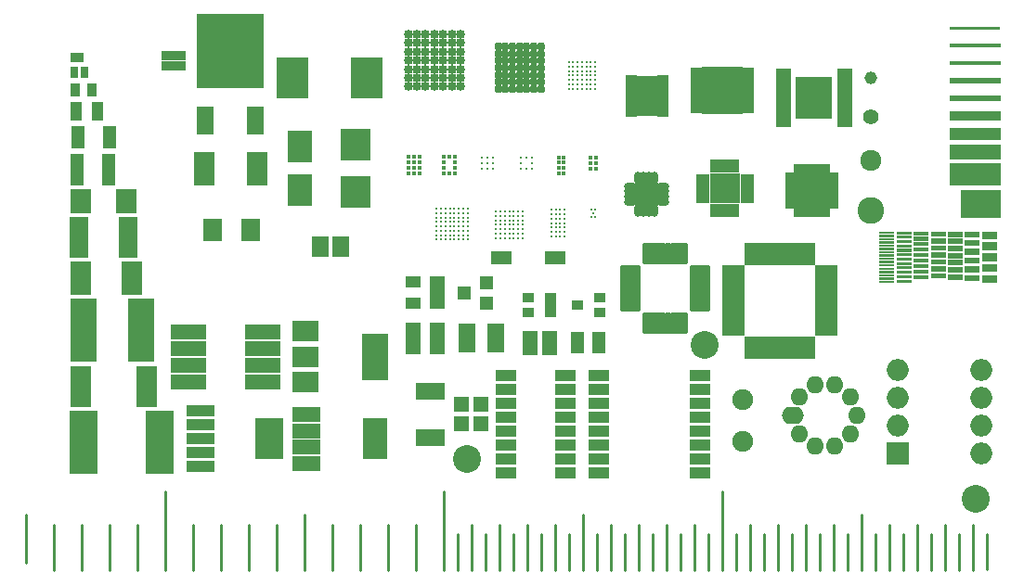
<source format=gbs>
G04 #@! TF.GenerationSoftware,KiCad,Pcbnew,(5.1.4)-1*
G04 #@! TF.CreationDate,2019-10-24T19:13:58-04:00*
G04 #@! TF.ProjectId,business card,62757369-6e65-4737-9320-636172642e6b,rev?*
G04 #@! TF.SameCoordinates,Original*
G04 #@! TF.FileFunction,Soldermask,Bot*
G04 #@! TF.FilePolarity,Negative*
%FSLAX46Y46*%
G04 Gerber Fmt 4.6, Leading zero omitted, Abs format (unit mm)*
G04 Created by KiCad (PCBNEW (5.1.4)-1) date 2019-10-24 19:13:58*
%MOMM*%
%LPD*%
G04 APERTURE LIST*
%ADD10C,0.250000*%
%ADD11R,1.980000X1.300000*%
%ADD12R,1.350000X1.450000*%
%ADD13R,0.800000X1.500000*%
%ADD14C,0.325000*%
%ADD15C,0.850000*%
%ADD16C,0.770000*%
%ADD17C,0.100000*%
%ADD18C,0.700000*%
%ADD19C,0.365000*%
%ADD20C,0.265000*%
%ADD21R,1.000000X0.600000*%
%ADD22R,0.600000X1.000000*%
%ADD23R,1.725000X1.725000*%
%ADD24O,1.150000X0.700000*%
%ADD25O,0.700000X1.150000*%
%ADD26R,1.300000X1.300000*%
%ADD27R,1.650000X1.650000*%
%ADD28R,0.750000X1.200000*%
%ADD29R,1.200000X0.750000*%
%ADD30R,2.600000X1.000000*%
%ADD31R,2.550000X3.850000*%
%ADD32R,3.200000X1.350000*%
%ADD33R,1.620000X0.800000*%
%ADD34R,1.400000X0.700000*%
%ADD35R,1.925000X3.050000*%
%ADD36R,1.975000X2.200000*%
%ADD37R,1.700000X3.800000*%
%ADD38R,2.375000X5.800000*%
%ADD39R,1.925000X3.750000*%
%ADD40R,2.500000X5.850000*%
%ADD41R,1.900000X3.100000*%
%ADD42C,1.900000*%
%ADD43C,1.416000*%
%ADD44C,2.432000*%
%ADD45C,1.924000*%
%ADD46C,1.162000*%
%ADD47R,1.900000X1.000000*%
%ADD48R,0.800000X1.000000*%
%ADD49R,0.900000X1.300000*%
%ADD50R,0.680000X0.830000*%
%ADD51R,1.100000X1.700000*%
%ADD52R,1.300000X2.100000*%
%ADD53R,1.300000X2.900000*%
%ADD54R,1.200100X1.200100*%
%ADD55R,1.460000X1.050000*%
%ADD56R,0.800000X0.900000*%
%ADD57R,0.700000X0.900000*%
%ADD58R,1.111200X0.857200*%
%ADD59R,1.060400X0.806400*%
%ADD60R,1.149300X0.798780*%
%ADD61R,2.200860X2.899360*%
%ADD62R,2.701240X2.899360*%
%ADD63R,0.950000X2.000000*%
%ADD64R,2.000000X0.950000*%
%ADD65R,1.450000X0.850000*%
%ADD66R,1.870000X1.295000*%
%ADD67R,1.700480X2.099260*%
%ADD68R,1.100000X0.650000*%
%ADD69R,2.130000X1.400000*%
%ADD70R,1.250000X1.225000*%
%ADD71C,2.540000*%
%ADD72O,1.600000X1.600000*%
%ADD73O,2.000000X1.600000*%
%ADD74R,2.000000X2.000000*%
%ADD75O,2.000000X2.000000*%
%ADD76R,2.400000X1.900000*%
%ADD77R,2.400000X4.200000*%
%ADD78R,2.600000X1.400000*%
%ADD79R,2.200000X3.800000*%
%ADD80R,1.600000X2.600000*%
%ADD81R,6.200000X6.800000*%
%ADD82R,1.600000X1.900000*%
%ADD83R,2.900000X3.700000*%
%ADD84C,0.025400*%
%ADD85C,0.020000*%
G04 APERTURE END LIST*
D10*
X53848000Y-101736183D02*
X53848000Y-97517240D01*
X56388000Y-101736183D02*
X56388000Y-97517240D01*
X58928000Y-101736183D02*
X58928000Y-97517240D01*
X61468000Y-101736183D02*
X61468000Y-97517240D01*
X51308000Y-101050000D02*
X51308000Y-96602840D01*
X76708000Y-101736183D02*
X76708000Y-96602840D01*
X102108000Y-101736183D02*
X102108000Y-96602840D01*
X66548000Y-101736183D02*
X66548000Y-97517240D01*
X69088000Y-101736183D02*
X69088000Y-97517240D01*
X71628000Y-101736183D02*
X71628000Y-97517240D01*
X74168000Y-101736183D02*
X74168000Y-97517240D01*
X79248000Y-101736183D02*
X79248000Y-97517240D01*
X81788000Y-101736183D02*
X81788000Y-97517240D01*
X84328000Y-101736183D02*
X84328000Y-97517240D01*
X86868000Y-101736183D02*
X86868000Y-97517240D01*
X64008000Y-101736183D02*
X64008000Y-94520040D01*
X89408000Y-101736183D02*
X89408000Y-94520040D01*
X114808000Y-101736183D02*
X114808000Y-94520040D01*
X112268000Y-101736183D02*
X112268000Y-97517240D01*
X109728000Y-101736183D02*
X109728000Y-97517240D01*
X107188000Y-101736183D02*
X107188000Y-97517240D01*
X104648000Y-101736183D02*
X104648000Y-97517240D01*
X99568000Y-101736183D02*
X99568000Y-97517240D01*
X97028000Y-101736183D02*
X97028000Y-97517240D01*
X94488000Y-101736183D02*
X94488000Y-97517240D01*
X91948000Y-101736183D02*
X91948000Y-97517240D01*
X117348000Y-101736183D02*
X117348000Y-97517240D01*
X119888000Y-101736183D02*
X119888000Y-97517240D01*
X122428000Y-101736183D02*
X122428000Y-97517240D01*
X124968000Y-101736183D02*
X124968000Y-97517240D01*
X127508000Y-101736183D02*
X127508000Y-96602840D01*
X130048000Y-101736183D02*
X130048000Y-97517240D01*
X137668000Y-101736183D02*
X137668000Y-97517240D01*
X135128000Y-101736183D02*
X135128000Y-97517240D01*
X132588000Y-101736183D02*
X132588000Y-97517240D01*
X90678000Y-101736183D02*
X90678000Y-98380837D01*
X93218000Y-101736183D02*
X93218000Y-98380837D01*
X95758000Y-101736183D02*
X95758000Y-98380837D01*
X98298000Y-101736183D02*
X98298000Y-98380837D01*
X100838000Y-101736183D02*
X100838000Y-98380837D01*
X103378000Y-101736183D02*
X103378000Y-98380837D01*
X105918000Y-101736183D02*
X105918000Y-98380837D01*
X108458000Y-101736183D02*
X108458000Y-98380837D01*
X110998000Y-101736183D02*
X110998000Y-98380837D01*
X113538000Y-101736183D02*
X113538000Y-98380837D01*
X116078000Y-101736183D02*
X116078000Y-98380837D01*
X118618000Y-101736183D02*
X118618000Y-98380837D01*
X121158000Y-101736183D02*
X121158000Y-98380837D01*
X123698000Y-101736183D02*
X123698000Y-98380837D01*
X126238000Y-101736183D02*
X126238000Y-98380837D01*
X128778000Y-101736183D02*
X128778000Y-98380837D01*
X131318000Y-101736183D02*
X131318000Y-98380837D01*
X133858000Y-101736183D02*
X133858000Y-98380837D01*
X138938000Y-101590000D02*
X138938000Y-98380837D01*
X136398000Y-101736183D02*
X136398000Y-98380837D01*
D11*
X99597400Y-73178800D03*
X94637400Y-73178800D03*
D12*
X91059000Y-88301800D03*
X91059000Y-86551800D03*
D13*
X87239200Y-89627600D03*
X87889200Y-89627600D03*
X88539200Y-89627600D03*
X89189200Y-89627600D03*
X89189200Y-85327600D03*
X88539200Y-85327600D03*
X87889200Y-85327600D03*
X87239200Y-85327600D03*
D14*
X103225500Y-55315000D03*
X103225500Y-55715000D03*
X103225500Y-56115000D03*
X103225500Y-56515000D03*
X103225500Y-56915000D03*
X103225500Y-57315000D03*
X103225500Y-57715000D03*
X102825500Y-55315000D03*
X102825500Y-55715000D03*
X102825500Y-56115000D03*
X102825500Y-56515000D03*
X102825500Y-56915000D03*
X102825500Y-57315000D03*
X102825500Y-57715000D03*
X102425500Y-55315000D03*
X102425500Y-55715000D03*
X102425500Y-56115000D03*
X102425500Y-56515000D03*
X102425500Y-56915000D03*
X102425500Y-57315000D03*
X102425500Y-57715000D03*
X102025500Y-55315000D03*
X102025500Y-55715000D03*
X102025500Y-56115000D03*
X102025500Y-56515000D03*
X102025500Y-56915000D03*
X102025500Y-57315000D03*
X102025500Y-57715000D03*
X101625500Y-55315000D03*
X101625500Y-55715000D03*
X101625500Y-56115000D03*
X101625500Y-56515000D03*
X101625500Y-56915000D03*
X101625500Y-57315000D03*
X101625500Y-57715000D03*
X101225500Y-55315000D03*
X101225500Y-55715000D03*
X101225500Y-56115000D03*
X101225500Y-56515000D03*
X101225500Y-56915000D03*
X101225500Y-57315000D03*
X101225500Y-57715000D03*
X100825500Y-55315000D03*
X100825500Y-55715000D03*
X100825500Y-56115000D03*
X100825500Y-56515000D03*
X100825500Y-56915000D03*
X100825500Y-57315000D03*
X100825500Y-57715000D03*
D15*
X86174320Y-57535640D03*
X86174320Y-56735640D03*
X86174320Y-55935640D03*
X86174320Y-55135640D03*
X86174320Y-54335640D03*
X86174320Y-53535640D03*
X86174320Y-52735640D03*
X86974320Y-57535640D03*
X86974320Y-56735640D03*
X86974320Y-55935640D03*
X86974320Y-55135640D03*
X86974320Y-54335640D03*
X86974320Y-53535640D03*
X86974320Y-52735640D03*
X87774320Y-57535640D03*
X87774320Y-56735640D03*
X87774320Y-55935640D03*
X87774320Y-55135640D03*
X87774320Y-54335640D03*
X87774320Y-53535640D03*
X87774320Y-52735640D03*
X88574320Y-57535640D03*
X88574320Y-56735640D03*
X88574320Y-55935640D03*
X88574320Y-55135640D03*
X88574320Y-54335640D03*
X88574320Y-53535640D03*
X88574320Y-52735640D03*
X89374320Y-57535640D03*
X89374320Y-56735640D03*
X89374320Y-55935640D03*
X89374320Y-55135640D03*
X89374320Y-54335640D03*
X89374320Y-53535640D03*
X89374320Y-52735640D03*
X90174320Y-57535640D03*
X90174320Y-56735640D03*
X90174320Y-55935640D03*
X90174320Y-55135640D03*
X90174320Y-54335640D03*
X90174320Y-53535640D03*
X90174320Y-52735640D03*
X90974320Y-57535640D03*
X90974320Y-56735640D03*
X90974320Y-55935640D03*
X90974320Y-55135640D03*
X90974320Y-54335640D03*
X90974320Y-53535640D03*
X90974320Y-52735640D03*
D16*
X98286180Y-53854200D03*
X98286180Y-54504200D03*
X98286180Y-55154200D03*
X98286180Y-55804200D03*
X98286180Y-56454200D03*
X98286180Y-57104200D03*
X98286180Y-57754200D03*
X97636180Y-53854200D03*
X97636180Y-54504200D03*
X97636180Y-55154200D03*
X97636180Y-55804200D03*
X97636180Y-56454200D03*
X97636180Y-57104200D03*
X97636180Y-57754200D03*
X96986180Y-53854200D03*
X96986180Y-54504200D03*
X96986180Y-55154200D03*
X96986180Y-55804200D03*
X96986180Y-56454200D03*
X96986180Y-57104200D03*
X96986180Y-57754200D03*
X96336180Y-53854200D03*
X96336180Y-54504200D03*
X96336180Y-55154200D03*
X96336180Y-55804200D03*
X96336180Y-56454200D03*
X96336180Y-57104200D03*
X96336180Y-57754200D03*
X95686180Y-53854200D03*
X95686180Y-54504200D03*
X95686180Y-55154200D03*
X95686180Y-55804200D03*
X95686180Y-56454200D03*
X95686180Y-57104200D03*
X95686180Y-57754200D03*
X95036180Y-53854200D03*
X95036180Y-54504200D03*
X95036180Y-55154200D03*
X95036180Y-55804200D03*
X95036180Y-56454200D03*
X95036180Y-57104200D03*
X95036180Y-57754200D03*
X94386180Y-53854200D03*
X94386180Y-54504200D03*
X94386180Y-55154200D03*
X94386180Y-55804200D03*
X94386180Y-56454200D03*
X94386180Y-57104200D03*
X94386180Y-57754200D03*
D17*
G36*
X108068553Y-78184643D02*
G01*
X108085541Y-78187163D01*
X108102200Y-78191335D01*
X108118370Y-78197121D01*
X108133894Y-78204464D01*
X108148625Y-78213293D01*
X108162419Y-78223523D01*
X108175144Y-78235056D01*
X108186677Y-78247781D01*
X108196907Y-78261575D01*
X108205736Y-78276306D01*
X108213079Y-78291830D01*
X108218865Y-78308000D01*
X108223037Y-78324659D01*
X108225557Y-78341647D01*
X108226400Y-78358800D01*
X108226400Y-79908800D01*
X108225557Y-79925953D01*
X108223037Y-79942941D01*
X108218865Y-79959600D01*
X108213079Y-79975770D01*
X108205736Y-79991294D01*
X108196907Y-80006025D01*
X108186677Y-80019819D01*
X108175144Y-80032544D01*
X108162419Y-80044077D01*
X108148625Y-80054307D01*
X108133894Y-80063136D01*
X108118370Y-80070479D01*
X108102200Y-80076265D01*
X108085541Y-80080437D01*
X108068553Y-80082957D01*
X108051400Y-80083800D01*
X107701400Y-80083800D01*
X107684247Y-80082957D01*
X107667259Y-80080437D01*
X107650600Y-80076265D01*
X107634430Y-80070479D01*
X107618906Y-80063136D01*
X107604175Y-80054307D01*
X107590381Y-80044077D01*
X107577656Y-80032544D01*
X107566123Y-80019819D01*
X107555893Y-80006025D01*
X107547064Y-79991294D01*
X107539721Y-79975770D01*
X107533935Y-79959600D01*
X107529763Y-79942941D01*
X107527243Y-79925953D01*
X107526400Y-79908800D01*
X107526400Y-78358800D01*
X107527243Y-78341647D01*
X107529763Y-78324659D01*
X107533935Y-78308000D01*
X107539721Y-78291830D01*
X107547064Y-78276306D01*
X107555893Y-78261575D01*
X107566123Y-78247781D01*
X107577656Y-78235056D01*
X107590381Y-78223523D01*
X107604175Y-78213293D01*
X107618906Y-78204464D01*
X107634430Y-78197121D01*
X107650600Y-78191335D01*
X107667259Y-78187163D01*
X107684247Y-78184643D01*
X107701400Y-78183800D01*
X108051400Y-78183800D01*
X108068553Y-78184643D01*
X108068553Y-78184643D01*
G37*
D18*
X107876400Y-79133800D03*
D17*
G36*
X108568553Y-78184643D02*
G01*
X108585541Y-78187163D01*
X108602200Y-78191335D01*
X108618370Y-78197121D01*
X108633894Y-78204464D01*
X108648625Y-78213293D01*
X108662419Y-78223523D01*
X108675144Y-78235056D01*
X108686677Y-78247781D01*
X108696907Y-78261575D01*
X108705736Y-78276306D01*
X108713079Y-78291830D01*
X108718865Y-78308000D01*
X108723037Y-78324659D01*
X108725557Y-78341647D01*
X108726400Y-78358800D01*
X108726400Y-79908800D01*
X108725557Y-79925953D01*
X108723037Y-79942941D01*
X108718865Y-79959600D01*
X108713079Y-79975770D01*
X108705736Y-79991294D01*
X108696907Y-80006025D01*
X108686677Y-80019819D01*
X108675144Y-80032544D01*
X108662419Y-80044077D01*
X108648625Y-80054307D01*
X108633894Y-80063136D01*
X108618370Y-80070479D01*
X108602200Y-80076265D01*
X108585541Y-80080437D01*
X108568553Y-80082957D01*
X108551400Y-80083800D01*
X108201400Y-80083800D01*
X108184247Y-80082957D01*
X108167259Y-80080437D01*
X108150600Y-80076265D01*
X108134430Y-80070479D01*
X108118906Y-80063136D01*
X108104175Y-80054307D01*
X108090381Y-80044077D01*
X108077656Y-80032544D01*
X108066123Y-80019819D01*
X108055893Y-80006025D01*
X108047064Y-79991294D01*
X108039721Y-79975770D01*
X108033935Y-79959600D01*
X108029763Y-79942941D01*
X108027243Y-79925953D01*
X108026400Y-79908800D01*
X108026400Y-78358800D01*
X108027243Y-78341647D01*
X108029763Y-78324659D01*
X108033935Y-78308000D01*
X108039721Y-78291830D01*
X108047064Y-78276306D01*
X108055893Y-78261575D01*
X108066123Y-78247781D01*
X108077656Y-78235056D01*
X108090381Y-78223523D01*
X108104175Y-78213293D01*
X108118906Y-78204464D01*
X108134430Y-78197121D01*
X108150600Y-78191335D01*
X108167259Y-78187163D01*
X108184247Y-78184643D01*
X108201400Y-78183800D01*
X108551400Y-78183800D01*
X108568553Y-78184643D01*
X108568553Y-78184643D01*
G37*
D18*
X108376400Y-79133800D03*
D17*
G36*
X109068553Y-78184643D02*
G01*
X109085541Y-78187163D01*
X109102200Y-78191335D01*
X109118370Y-78197121D01*
X109133894Y-78204464D01*
X109148625Y-78213293D01*
X109162419Y-78223523D01*
X109175144Y-78235056D01*
X109186677Y-78247781D01*
X109196907Y-78261575D01*
X109205736Y-78276306D01*
X109213079Y-78291830D01*
X109218865Y-78308000D01*
X109223037Y-78324659D01*
X109225557Y-78341647D01*
X109226400Y-78358800D01*
X109226400Y-79908800D01*
X109225557Y-79925953D01*
X109223037Y-79942941D01*
X109218865Y-79959600D01*
X109213079Y-79975770D01*
X109205736Y-79991294D01*
X109196907Y-80006025D01*
X109186677Y-80019819D01*
X109175144Y-80032544D01*
X109162419Y-80044077D01*
X109148625Y-80054307D01*
X109133894Y-80063136D01*
X109118370Y-80070479D01*
X109102200Y-80076265D01*
X109085541Y-80080437D01*
X109068553Y-80082957D01*
X109051400Y-80083800D01*
X108701400Y-80083800D01*
X108684247Y-80082957D01*
X108667259Y-80080437D01*
X108650600Y-80076265D01*
X108634430Y-80070479D01*
X108618906Y-80063136D01*
X108604175Y-80054307D01*
X108590381Y-80044077D01*
X108577656Y-80032544D01*
X108566123Y-80019819D01*
X108555893Y-80006025D01*
X108547064Y-79991294D01*
X108539721Y-79975770D01*
X108533935Y-79959600D01*
X108529763Y-79942941D01*
X108527243Y-79925953D01*
X108526400Y-79908800D01*
X108526400Y-78358800D01*
X108527243Y-78341647D01*
X108529763Y-78324659D01*
X108533935Y-78308000D01*
X108539721Y-78291830D01*
X108547064Y-78276306D01*
X108555893Y-78261575D01*
X108566123Y-78247781D01*
X108577656Y-78235056D01*
X108590381Y-78223523D01*
X108604175Y-78213293D01*
X108618906Y-78204464D01*
X108634430Y-78197121D01*
X108650600Y-78191335D01*
X108667259Y-78187163D01*
X108684247Y-78184643D01*
X108701400Y-78183800D01*
X109051400Y-78183800D01*
X109068553Y-78184643D01*
X109068553Y-78184643D01*
G37*
D18*
X108876400Y-79133800D03*
D17*
G36*
X109568553Y-78184643D02*
G01*
X109585541Y-78187163D01*
X109602200Y-78191335D01*
X109618370Y-78197121D01*
X109633894Y-78204464D01*
X109648625Y-78213293D01*
X109662419Y-78223523D01*
X109675144Y-78235056D01*
X109686677Y-78247781D01*
X109696907Y-78261575D01*
X109705736Y-78276306D01*
X109713079Y-78291830D01*
X109718865Y-78308000D01*
X109723037Y-78324659D01*
X109725557Y-78341647D01*
X109726400Y-78358800D01*
X109726400Y-79908800D01*
X109725557Y-79925953D01*
X109723037Y-79942941D01*
X109718865Y-79959600D01*
X109713079Y-79975770D01*
X109705736Y-79991294D01*
X109696907Y-80006025D01*
X109686677Y-80019819D01*
X109675144Y-80032544D01*
X109662419Y-80044077D01*
X109648625Y-80054307D01*
X109633894Y-80063136D01*
X109618370Y-80070479D01*
X109602200Y-80076265D01*
X109585541Y-80080437D01*
X109568553Y-80082957D01*
X109551400Y-80083800D01*
X109201400Y-80083800D01*
X109184247Y-80082957D01*
X109167259Y-80080437D01*
X109150600Y-80076265D01*
X109134430Y-80070479D01*
X109118906Y-80063136D01*
X109104175Y-80054307D01*
X109090381Y-80044077D01*
X109077656Y-80032544D01*
X109066123Y-80019819D01*
X109055893Y-80006025D01*
X109047064Y-79991294D01*
X109039721Y-79975770D01*
X109033935Y-79959600D01*
X109029763Y-79942941D01*
X109027243Y-79925953D01*
X109026400Y-79908800D01*
X109026400Y-78358800D01*
X109027243Y-78341647D01*
X109029763Y-78324659D01*
X109033935Y-78308000D01*
X109039721Y-78291830D01*
X109047064Y-78276306D01*
X109055893Y-78261575D01*
X109066123Y-78247781D01*
X109077656Y-78235056D01*
X109090381Y-78223523D01*
X109104175Y-78213293D01*
X109118906Y-78204464D01*
X109134430Y-78197121D01*
X109150600Y-78191335D01*
X109167259Y-78187163D01*
X109184247Y-78184643D01*
X109201400Y-78183800D01*
X109551400Y-78183800D01*
X109568553Y-78184643D01*
X109568553Y-78184643D01*
G37*
D18*
X109376400Y-79133800D03*
D17*
G36*
X110068553Y-78184643D02*
G01*
X110085541Y-78187163D01*
X110102200Y-78191335D01*
X110118370Y-78197121D01*
X110133894Y-78204464D01*
X110148625Y-78213293D01*
X110162419Y-78223523D01*
X110175144Y-78235056D01*
X110186677Y-78247781D01*
X110196907Y-78261575D01*
X110205736Y-78276306D01*
X110213079Y-78291830D01*
X110218865Y-78308000D01*
X110223037Y-78324659D01*
X110225557Y-78341647D01*
X110226400Y-78358800D01*
X110226400Y-79908800D01*
X110225557Y-79925953D01*
X110223037Y-79942941D01*
X110218865Y-79959600D01*
X110213079Y-79975770D01*
X110205736Y-79991294D01*
X110196907Y-80006025D01*
X110186677Y-80019819D01*
X110175144Y-80032544D01*
X110162419Y-80044077D01*
X110148625Y-80054307D01*
X110133894Y-80063136D01*
X110118370Y-80070479D01*
X110102200Y-80076265D01*
X110085541Y-80080437D01*
X110068553Y-80082957D01*
X110051400Y-80083800D01*
X109701400Y-80083800D01*
X109684247Y-80082957D01*
X109667259Y-80080437D01*
X109650600Y-80076265D01*
X109634430Y-80070479D01*
X109618906Y-80063136D01*
X109604175Y-80054307D01*
X109590381Y-80044077D01*
X109577656Y-80032544D01*
X109566123Y-80019819D01*
X109555893Y-80006025D01*
X109547064Y-79991294D01*
X109539721Y-79975770D01*
X109533935Y-79959600D01*
X109529763Y-79942941D01*
X109527243Y-79925953D01*
X109526400Y-79908800D01*
X109526400Y-78358800D01*
X109527243Y-78341647D01*
X109529763Y-78324659D01*
X109533935Y-78308000D01*
X109539721Y-78291830D01*
X109547064Y-78276306D01*
X109555893Y-78261575D01*
X109566123Y-78247781D01*
X109577656Y-78235056D01*
X109590381Y-78223523D01*
X109604175Y-78213293D01*
X109618906Y-78204464D01*
X109634430Y-78197121D01*
X109650600Y-78191335D01*
X109667259Y-78187163D01*
X109684247Y-78184643D01*
X109701400Y-78183800D01*
X110051400Y-78183800D01*
X110068553Y-78184643D01*
X110068553Y-78184643D01*
G37*
D18*
X109876400Y-79133800D03*
D17*
G36*
X110568553Y-78184643D02*
G01*
X110585541Y-78187163D01*
X110602200Y-78191335D01*
X110618370Y-78197121D01*
X110633894Y-78204464D01*
X110648625Y-78213293D01*
X110662419Y-78223523D01*
X110675144Y-78235056D01*
X110686677Y-78247781D01*
X110696907Y-78261575D01*
X110705736Y-78276306D01*
X110713079Y-78291830D01*
X110718865Y-78308000D01*
X110723037Y-78324659D01*
X110725557Y-78341647D01*
X110726400Y-78358800D01*
X110726400Y-79908800D01*
X110725557Y-79925953D01*
X110723037Y-79942941D01*
X110718865Y-79959600D01*
X110713079Y-79975770D01*
X110705736Y-79991294D01*
X110696907Y-80006025D01*
X110686677Y-80019819D01*
X110675144Y-80032544D01*
X110662419Y-80044077D01*
X110648625Y-80054307D01*
X110633894Y-80063136D01*
X110618370Y-80070479D01*
X110602200Y-80076265D01*
X110585541Y-80080437D01*
X110568553Y-80082957D01*
X110551400Y-80083800D01*
X110201400Y-80083800D01*
X110184247Y-80082957D01*
X110167259Y-80080437D01*
X110150600Y-80076265D01*
X110134430Y-80070479D01*
X110118906Y-80063136D01*
X110104175Y-80054307D01*
X110090381Y-80044077D01*
X110077656Y-80032544D01*
X110066123Y-80019819D01*
X110055893Y-80006025D01*
X110047064Y-79991294D01*
X110039721Y-79975770D01*
X110033935Y-79959600D01*
X110029763Y-79942941D01*
X110027243Y-79925953D01*
X110026400Y-79908800D01*
X110026400Y-78358800D01*
X110027243Y-78341647D01*
X110029763Y-78324659D01*
X110033935Y-78308000D01*
X110039721Y-78291830D01*
X110047064Y-78276306D01*
X110055893Y-78261575D01*
X110066123Y-78247781D01*
X110077656Y-78235056D01*
X110090381Y-78223523D01*
X110104175Y-78213293D01*
X110118906Y-78204464D01*
X110134430Y-78197121D01*
X110150600Y-78191335D01*
X110167259Y-78187163D01*
X110184247Y-78184643D01*
X110201400Y-78183800D01*
X110551400Y-78183800D01*
X110568553Y-78184643D01*
X110568553Y-78184643D01*
G37*
D18*
X110376400Y-79133800D03*
D17*
G36*
X111068553Y-78184643D02*
G01*
X111085541Y-78187163D01*
X111102200Y-78191335D01*
X111118370Y-78197121D01*
X111133894Y-78204464D01*
X111148625Y-78213293D01*
X111162419Y-78223523D01*
X111175144Y-78235056D01*
X111186677Y-78247781D01*
X111196907Y-78261575D01*
X111205736Y-78276306D01*
X111213079Y-78291830D01*
X111218865Y-78308000D01*
X111223037Y-78324659D01*
X111225557Y-78341647D01*
X111226400Y-78358800D01*
X111226400Y-79908800D01*
X111225557Y-79925953D01*
X111223037Y-79942941D01*
X111218865Y-79959600D01*
X111213079Y-79975770D01*
X111205736Y-79991294D01*
X111196907Y-80006025D01*
X111186677Y-80019819D01*
X111175144Y-80032544D01*
X111162419Y-80044077D01*
X111148625Y-80054307D01*
X111133894Y-80063136D01*
X111118370Y-80070479D01*
X111102200Y-80076265D01*
X111085541Y-80080437D01*
X111068553Y-80082957D01*
X111051400Y-80083800D01*
X110701400Y-80083800D01*
X110684247Y-80082957D01*
X110667259Y-80080437D01*
X110650600Y-80076265D01*
X110634430Y-80070479D01*
X110618906Y-80063136D01*
X110604175Y-80054307D01*
X110590381Y-80044077D01*
X110577656Y-80032544D01*
X110566123Y-80019819D01*
X110555893Y-80006025D01*
X110547064Y-79991294D01*
X110539721Y-79975770D01*
X110533935Y-79959600D01*
X110529763Y-79942941D01*
X110527243Y-79925953D01*
X110526400Y-79908800D01*
X110526400Y-78358800D01*
X110527243Y-78341647D01*
X110529763Y-78324659D01*
X110533935Y-78308000D01*
X110539721Y-78291830D01*
X110547064Y-78276306D01*
X110555893Y-78261575D01*
X110566123Y-78247781D01*
X110577656Y-78235056D01*
X110590381Y-78223523D01*
X110604175Y-78213293D01*
X110618906Y-78204464D01*
X110634430Y-78197121D01*
X110650600Y-78191335D01*
X110667259Y-78187163D01*
X110684247Y-78184643D01*
X110701400Y-78183800D01*
X111051400Y-78183800D01*
X111068553Y-78184643D01*
X111068553Y-78184643D01*
G37*
D18*
X110876400Y-79133800D03*
D17*
G36*
X111568553Y-78184643D02*
G01*
X111585541Y-78187163D01*
X111602200Y-78191335D01*
X111618370Y-78197121D01*
X111633894Y-78204464D01*
X111648625Y-78213293D01*
X111662419Y-78223523D01*
X111675144Y-78235056D01*
X111686677Y-78247781D01*
X111696907Y-78261575D01*
X111705736Y-78276306D01*
X111713079Y-78291830D01*
X111718865Y-78308000D01*
X111723037Y-78324659D01*
X111725557Y-78341647D01*
X111726400Y-78358800D01*
X111726400Y-79908800D01*
X111725557Y-79925953D01*
X111723037Y-79942941D01*
X111718865Y-79959600D01*
X111713079Y-79975770D01*
X111705736Y-79991294D01*
X111696907Y-80006025D01*
X111686677Y-80019819D01*
X111675144Y-80032544D01*
X111662419Y-80044077D01*
X111648625Y-80054307D01*
X111633894Y-80063136D01*
X111618370Y-80070479D01*
X111602200Y-80076265D01*
X111585541Y-80080437D01*
X111568553Y-80082957D01*
X111551400Y-80083800D01*
X111201400Y-80083800D01*
X111184247Y-80082957D01*
X111167259Y-80080437D01*
X111150600Y-80076265D01*
X111134430Y-80070479D01*
X111118906Y-80063136D01*
X111104175Y-80054307D01*
X111090381Y-80044077D01*
X111077656Y-80032544D01*
X111066123Y-80019819D01*
X111055893Y-80006025D01*
X111047064Y-79991294D01*
X111039721Y-79975770D01*
X111033935Y-79959600D01*
X111029763Y-79942941D01*
X111027243Y-79925953D01*
X111026400Y-79908800D01*
X111026400Y-78358800D01*
X111027243Y-78341647D01*
X111029763Y-78324659D01*
X111033935Y-78308000D01*
X111039721Y-78291830D01*
X111047064Y-78276306D01*
X111055893Y-78261575D01*
X111066123Y-78247781D01*
X111077656Y-78235056D01*
X111090381Y-78223523D01*
X111104175Y-78213293D01*
X111118906Y-78204464D01*
X111134430Y-78197121D01*
X111150600Y-78191335D01*
X111167259Y-78187163D01*
X111184247Y-78184643D01*
X111201400Y-78183800D01*
X111551400Y-78183800D01*
X111568553Y-78184643D01*
X111568553Y-78184643D01*
G37*
D18*
X111376400Y-79133800D03*
D17*
G36*
X113593553Y-77359643D02*
G01*
X113610541Y-77362163D01*
X113627200Y-77366335D01*
X113643370Y-77372121D01*
X113658894Y-77379464D01*
X113673625Y-77388293D01*
X113687419Y-77398523D01*
X113700144Y-77410056D01*
X113711677Y-77422781D01*
X113721907Y-77436575D01*
X113730736Y-77451306D01*
X113738079Y-77466830D01*
X113743865Y-77483000D01*
X113748037Y-77499659D01*
X113750557Y-77516647D01*
X113751400Y-77533800D01*
X113751400Y-77883800D01*
X113750557Y-77900953D01*
X113748037Y-77917941D01*
X113743865Y-77934600D01*
X113738079Y-77950770D01*
X113730736Y-77966294D01*
X113721907Y-77981025D01*
X113711677Y-77994819D01*
X113700144Y-78007544D01*
X113687419Y-78019077D01*
X113673625Y-78029307D01*
X113658894Y-78038136D01*
X113643370Y-78045479D01*
X113627200Y-78051265D01*
X113610541Y-78055437D01*
X113593553Y-78057957D01*
X113576400Y-78058800D01*
X112026400Y-78058800D01*
X112009247Y-78057957D01*
X111992259Y-78055437D01*
X111975600Y-78051265D01*
X111959430Y-78045479D01*
X111943906Y-78038136D01*
X111929175Y-78029307D01*
X111915381Y-78019077D01*
X111902656Y-78007544D01*
X111891123Y-77994819D01*
X111880893Y-77981025D01*
X111872064Y-77966294D01*
X111864721Y-77950770D01*
X111858935Y-77934600D01*
X111854763Y-77917941D01*
X111852243Y-77900953D01*
X111851400Y-77883800D01*
X111851400Y-77533800D01*
X111852243Y-77516647D01*
X111854763Y-77499659D01*
X111858935Y-77483000D01*
X111864721Y-77466830D01*
X111872064Y-77451306D01*
X111880893Y-77436575D01*
X111891123Y-77422781D01*
X111902656Y-77410056D01*
X111915381Y-77398523D01*
X111929175Y-77388293D01*
X111943906Y-77379464D01*
X111959430Y-77372121D01*
X111975600Y-77366335D01*
X111992259Y-77362163D01*
X112009247Y-77359643D01*
X112026400Y-77358800D01*
X113576400Y-77358800D01*
X113593553Y-77359643D01*
X113593553Y-77359643D01*
G37*
D18*
X112801400Y-77708800D03*
D17*
G36*
X113593553Y-76859643D02*
G01*
X113610541Y-76862163D01*
X113627200Y-76866335D01*
X113643370Y-76872121D01*
X113658894Y-76879464D01*
X113673625Y-76888293D01*
X113687419Y-76898523D01*
X113700144Y-76910056D01*
X113711677Y-76922781D01*
X113721907Y-76936575D01*
X113730736Y-76951306D01*
X113738079Y-76966830D01*
X113743865Y-76983000D01*
X113748037Y-76999659D01*
X113750557Y-77016647D01*
X113751400Y-77033800D01*
X113751400Y-77383800D01*
X113750557Y-77400953D01*
X113748037Y-77417941D01*
X113743865Y-77434600D01*
X113738079Y-77450770D01*
X113730736Y-77466294D01*
X113721907Y-77481025D01*
X113711677Y-77494819D01*
X113700144Y-77507544D01*
X113687419Y-77519077D01*
X113673625Y-77529307D01*
X113658894Y-77538136D01*
X113643370Y-77545479D01*
X113627200Y-77551265D01*
X113610541Y-77555437D01*
X113593553Y-77557957D01*
X113576400Y-77558800D01*
X112026400Y-77558800D01*
X112009247Y-77557957D01*
X111992259Y-77555437D01*
X111975600Y-77551265D01*
X111959430Y-77545479D01*
X111943906Y-77538136D01*
X111929175Y-77529307D01*
X111915381Y-77519077D01*
X111902656Y-77507544D01*
X111891123Y-77494819D01*
X111880893Y-77481025D01*
X111872064Y-77466294D01*
X111864721Y-77450770D01*
X111858935Y-77434600D01*
X111854763Y-77417941D01*
X111852243Y-77400953D01*
X111851400Y-77383800D01*
X111851400Y-77033800D01*
X111852243Y-77016647D01*
X111854763Y-76999659D01*
X111858935Y-76983000D01*
X111864721Y-76966830D01*
X111872064Y-76951306D01*
X111880893Y-76936575D01*
X111891123Y-76922781D01*
X111902656Y-76910056D01*
X111915381Y-76898523D01*
X111929175Y-76888293D01*
X111943906Y-76879464D01*
X111959430Y-76872121D01*
X111975600Y-76866335D01*
X111992259Y-76862163D01*
X112009247Y-76859643D01*
X112026400Y-76858800D01*
X113576400Y-76858800D01*
X113593553Y-76859643D01*
X113593553Y-76859643D01*
G37*
D18*
X112801400Y-77208800D03*
D17*
G36*
X113593553Y-76359643D02*
G01*
X113610541Y-76362163D01*
X113627200Y-76366335D01*
X113643370Y-76372121D01*
X113658894Y-76379464D01*
X113673625Y-76388293D01*
X113687419Y-76398523D01*
X113700144Y-76410056D01*
X113711677Y-76422781D01*
X113721907Y-76436575D01*
X113730736Y-76451306D01*
X113738079Y-76466830D01*
X113743865Y-76483000D01*
X113748037Y-76499659D01*
X113750557Y-76516647D01*
X113751400Y-76533800D01*
X113751400Y-76883800D01*
X113750557Y-76900953D01*
X113748037Y-76917941D01*
X113743865Y-76934600D01*
X113738079Y-76950770D01*
X113730736Y-76966294D01*
X113721907Y-76981025D01*
X113711677Y-76994819D01*
X113700144Y-77007544D01*
X113687419Y-77019077D01*
X113673625Y-77029307D01*
X113658894Y-77038136D01*
X113643370Y-77045479D01*
X113627200Y-77051265D01*
X113610541Y-77055437D01*
X113593553Y-77057957D01*
X113576400Y-77058800D01*
X112026400Y-77058800D01*
X112009247Y-77057957D01*
X111992259Y-77055437D01*
X111975600Y-77051265D01*
X111959430Y-77045479D01*
X111943906Y-77038136D01*
X111929175Y-77029307D01*
X111915381Y-77019077D01*
X111902656Y-77007544D01*
X111891123Y-76994819D01*
X111880893Y-76981025D01*
X111872064Y-76966294D01*
X111864721Y-76950770D01*
X111858935Y-76934600D01*
X111854763Y-76917941D01*
X111852243Y-76900953D01*
X111851400Y-76883800D01*
X111851400Y-76533800D01*
X111852243Y-76516647D01*
X111854763Y-76499659D01*
X111858935Y-76483000D01*
X111864721Y-76466830D01*
X111872064Y-76451306D01*
X111880893Y-76436575D01*
X111891123Y-76422781D01*
X111902656Y-76410056D01*
X111915381Y-76398523D01*
X111929175Y-76388293D01*
X111943906Y-76379464D01*
X111959430Y-76372121D01*
X111975600Y-76366335D01*
X111992259Y-76362163D01*
X112009247Y-76359643D01*
X112026400Y-76358800D01*
X113576400Y-76358800D01*
X113593553Y-76359643D01*
X113593553Y-76359643D01*
G37*
D18*
X112801400Y-76708800D03*
D17*
G36*
X113593553Y-75859643D02*
G01*
X113610541Y-75862163D01*
X113627200Y-75866335D01*
X113643370Y-75872121D01*
X113658894Y-75879464D01*
X113673625Y-75888293D01*
X113687419Y-75898523D01*
X113700144Y-75910056D01*
X113711677Y-75922781D01*
X113721907Y-75936575D01*
X113730736Y-75951306D01*
X113738079Y-75966830D01*
X113743865Y-75983000D01*
X113748037Y-75999659D01*
X113750557Y-76016647D01*
X113751400Y-76033800D01*
X113751400Y-76383800D01*
X113750557Y-76400953D01*
X113748037Y-76417941D01*
X113743865Y-76434600D01*
X113738079Y-76450770D01*
X113730736Y-76466294D01*
X113721907Y-76481025D01*
X113711677Y-76494819D01*
X113700144Y-76507544D01*
X113687419Y-76519077D01*
X113673625Y-76529307D01*
X113658894Y-76538136D01*
X113643370Y-76545479D01*
X113627200Y-76551265D01*
X113610541Y-76555437D01*
X113593553Y-76557957D01*
X113576400Y-76558800D01*
X112026400Y-76558800D01*
X112009247Y-76557957D01*
X111992259Y-76555437D01*
X111975600Y-76551265D01*
X111959430Y-76545479D01*
X111943906Y-76538136D01*
X111929175Y-76529307D01*
X111915381Y-76519077D01*
X111902656Y-76507544D01*
X111891123Y-76494819D01*
X111880893Y-76481025D01*
X111872064Y-76466294D01*
X111864721Y-76450770D01*
X111858935Y-76434600D01*
X111854763Y-76417941D01*
X111852243Y-76400953D01*
X111851400Y-76383800D01*
X111851400Y-76033800D01*
X111852243Y-76016647D01*
X111854763Y-75999659D01*
X111858935Y-75983000D01*
X111864721Y-75966830D01*
X111872064Y-75951306D01*
X111880893Y-75936575D01*
X111891123Y-75922781D01*
X111902656Y-75910056D01*
X111915381Y-75898523D01*
X111929175Y-75888293D01*
X111943906Y-75879464D01*
X111959430Y-75872121D01*
X111975600Y-75866335D01*
X111992259Y-75862163D01*
X112009247Y-75859643D01*
X112026400Y-75858800D01*
X113576400Y-75858800D01*
X113593553Y-75859643D01*
X113593553Y-75859643D01*
G37*
D18*
X112801400Y-76208800D03*
D17*
G36*
X113593553Y-75359643D02*
G01*
X113610541Y-75362163D01*
X113627200Y-75366335D01*
X113643370Y-75372121D01*
X113658894Y-75379464D01*
X113673625Y-75388293D01*
X113687419Y-75398523D01*
X113700144Y-75410056D01*
X113711677Y-75422781D01*
X113721907Y-75436575D01*
X113730736Y-75451306D01*
X113738079Y-75466830D01*
X113743865Y-75483000D01*
X113748037Y-75499659D01*
X113750557Y-75516647D01*
X113751400Y-75533800D01*
X113751400Y-75883800D01*
X113750557Y-75900953D01*
X113748037Y-75917941D01*
X113743865Y-75934600D01*
X113738079Y-75950770D01*
X113730736Y-75966294D01*
X113721907Y-75981025D01*
X113711677Y-75994819D01*
X113700144Y-76007544D01*
X113687419Y-76019077D01*
X113673625Y-76029307D01*
X113658894Y-76038136D01*
X113643370Y-76045479D01*
X113627200Y-76051265D01*
X113610541Y-76055437D01*
X113593553Y-76057957D01*
X113576400Y-76058800D01*
X112026400Y-76058800D01*
X112009247Y-76057957D01*
X111992259Y-76055437D01*
X111975600Y-76051265D01*
X111959430Y-76045479D01*
X111943906Y-76038136D01*
X111929175Y-76029307D01*
X111915381Y-76019077D01*
X111902656Y-76007544D01*
X111891123Y-75994819D01*
X111880893Y-75981025D01*
X111872064Y-75966294D01*
X111864721Y-75950770D01*
X111858935Y-75934600D01*
X111854763Y-75917941D01*
X111852243Y-75900953D01*
X111851400Y-75883800D01*
X111851400Y-75533800D01*
X111852243Y-75516647D01*
X111854763Y-75499659D01*
X111858935Y-75483000D01*
X111864721Y-75466830D01*
X111872064Y-75451306D01*
X111880893Y-75436575D01*
X111891123Y-75422781D01*
X111902656Y-75410056D01*
X111915381Y-75398523D01*
X111929175Y-75388293D01*
X111943906Y-75379464D01*
X111959430Y-75372121D01*
X111975600Y-75366335D01*
X111992259Y-75362163D01*
X112009247Y-75359643D01*
X112026400Y-75358800D01*
X113576400Y-75358800D01*
X113593553Y-75359643D01*
X113593553Y-75359643D01*
G37*
D18*
X112801400Y-75708800D03*
D17*
G36*
X113593553Y-74859643D02*
G01*
X113610541Y-74862163D01*
X113627200Y-74866335D01*
X113643370Y-74872121D01*
X113658894Y-74879464D01*
X113673625Y-74888293D01*
X113687419Y-74898523D01*
X113700144Y-74910056D01*
X113711677Y-74922781D01*
X113721907Y-74936575D01*
X113730736Y-74951306D01*
X113738079Y-74966830D01*
X113743865Y-74983000D01*
X113748037Y-74999659D01*
X113750557Y-75016647D01*
X113751400Y-75033800D01*
X113751400Y-75383800D01*
X113750557Y-75400953D01*
X113748037Y-75417941D01*
X113743865Y-75434600D01*
X113738079Y-75450770D01*
X113730736Y-75466294D01*
X113721907Y-75481025D01*
X113711677Y-75494819D01*
X113700144Y-75507544D01*
X113687419Y-75519077D01*
X113673625Y-75529307D01*
X113658894Y-75538136D01*
X113643370Y-75545479D01*
X113627200Y-75551265D01*
X113610541Y-75555437D01*
X113593553Y-75557957D01*
X113576400Y-75558800D01*
X112026400Y-75558800D01*
X112009247Y-75557957D01*
X111992259Y-75555437D01*
X111975600Y-75551265D01*
X111959430Y-75545479D01*
X111943906Y-75538136D01*
X111929175Y-75529307D01*
X111915381Y-75519077D01*
X111902656Y-75507544D01*
X111891123Y-75494819D01*
X111880893Y-75481025D01*
X111872064Y-75466294D01*
X111864721Y-75450770D01*
X111858935Y-75434600D01*
X111854763Y-75417941D01*
X111852243Y-75400953D01*
X111851400Y-75383800D01*
X111851400Y-75033800D01*
X111852243Y-75016647D01*
X111854763Y-74999659D01*
X111858935Y-74983000D01*
X111864721Y-74966830D01*
X111872064Y-74951306D01*
X111880893Y-74936575D01*
X111891123Y-74922781D01*
X111902656Y-74910056D01*
X111915381Y-74898523D01*
X111929175Y-74888293D01*
X111943906Y-74879464D01*
X111959430Y-74872121D01*
X111975600Y-74866335D01*
X111992259Y-74862163D01*
X112009247Y-74859643D01*
X112026400Y-74858800D01*
X113576400Y-74858800D01*
X113593553Y-74859643D01*
X113593553Y-74859643D01*
G37*
D18*
X112801400Y-75208800D03*
D17*
G36*
X113593553Y-74359643D02*
G01*
X113610541Y-74362163D01*
X113627200Y-74366335D01*
X113643370Y-74372121D01*
X113658894Y-74379464D01*
X113673625Y-74388293D01*
X113687419Y-74398523D01*
X113700144Y-74410056D01*
X113711677Y-74422781D01*
X113721907Y-74436575D01*
X113730736Y-74451306D01*
X113738079Y-74466830D01*
X113743865Y-74483000D01*
X113748037Y-74499659D01*
X113750557Y-74516647D01*
X113751400Y-74533800D01*
X113751400Y-74883800D01*
X113750557Y-74900953D01*
X113748037Y-74917941D01*
X113743865Y-74934600D01*
X113738079Y-74950770D01*
X113730736Y-74966294D01*
X113721907Y-74981025D01*
X113711677Y-74994819D01*
X113700144Y-75007544D01*
X113687419Y-75019077D01*
X113673625Y-75029307D01*
X113658894Y-75038136D01*
X113643370Y-75045479D01*
X113627200Y-75051265D01*
X113610541Y-75055437D01*
X113593553Y-75057957D01*
X113576400Y-75058800D01*
X112026400Y-75058800D01*
X112009247Y-75057957D01*
X111992259Y-75055437D01*
X111975600Y-75051265D01*
X111959430Y-75045479D01*
X111943906Y-75038136D01*
X111929175Y-75029307D01*
X111915381Y-75019077D01*
X111902656Y-75007544D01*
X111891123Y-74994819D01*
X111880893Y-74981025D01*
X111872064Y-74966294D01*
X111864721Y-74950770D01*
X111858935Y-74934600D01*
X111854763Y-74917941D01*
X111852243Y-74900953D01*
X111851400Y-74883800D01*
X111851400Y-74533800D01*
X111852243Y-74516647D01*
X111854763Y-74499659D01*
X111858935Y-74483000D01*
X111864721Y-74466830D01*
X111872064Y-74451306D01*
X111880893Y-74436575D01*
X111891123Y-74422781D01*
X111902656Y-74410056D01*
X111915381Y-74398523D01*
X111929175Y-74388293D01*
X111943906Y-74379464D01*
X111959430Y-74372121D01*
X111975600Y-74366335D01*
X111992259Y-74362163D01*
X112009247Y-74359643D01*
X112026400Y-74358800D01*
X113576400Y-74358800D01*
X113593553Y-74359643D01*
X113593553Y-74359643D01*
G37*
D18*
X112801400Y-74708800D03*
D17*
G36*
X113593553Y-73859643D02*
G01*
X113610541Y-73862163D01*
X113627200Y-73866335D01*
X113643370Y-73872121D01*
X113658894Y-73879464D01*
X113673625Y-73888293D01*
X113687419Y-73898523D01*
X113700144Y-73910056D01*
X113711677Y-73922781D01*
X113721907Y-73936575D01*
X113730736Y-73951306D01*
X113738079Y-73966830D01*
X113743865Y-73983000D01*
X113748037Y-73999659D01*
X113750557Y-74016647D01*
X113751400Y-74033800D01*
X113751400Y-74383800D01*
X113750557Y-74400953D01*
X113748037Y-74417941D01*
X113743865Y-74434600D01*
X113738079Y-74450770D01*
X113730736Y-74466294D01*
X113721907Y-74481025D01*
X113711677Y-74494819D01*
X113700144Y-74507544D01*
X113687419Y-74519077D01*
X113673625Y-74529307D01*
X113658894Y-74538136D01*
X113643370Y-74545479D01*
X113627200Y-74551265D01*
X113610541Y-74555437D01*
X113593553Y-74557957D01*
X113576400Y-74558800D01*
X112026400Y-74558800D01*
X112009247Y-74557957D01*
X111992259Y-74555437D01*
X111975600Y-74551265D01*
X111959430Y-74545479D01*
X111943906Y-74538136D01*
X111929175Y-74529307D01*
X111915381Y-74519077D01*
X111902656Y-74507544D01*
X111891123Y-74494819D01*
X111880893Y-74481025D01*
X111872064Y-74466294D01*
X111864721Y-74450770D01*
X111858935Y-74434600D01*
X111854763Y-74417941D01*
X111852243Y-74400953D01*
X111851400Y-74383800D01*
X111851400Y-74033800D01*
X111852243Y-74016647D01*
X111854763Y-73999659D01*
X111858935Y-73983000D01*
X111864721Y-73966830D01*
X111872064Y-73951306D01*
X111880893Y-73936575D01*
X111891123Y-73922781D01*
X111902656Y-73910056D01*
X111915381Y-73898523D01*
X111929175Y-73888293D01*
X111943906Y-73879464D01*
X111959430Y-73872121D01*
X111975600Y-73866335D01*
X111992259Y-73862163D01*
X112009247Y-73859643D01*
X112026400Y-73858800D01*
X113576400Y-73858800D01*
X113593553Y-73859643D01*
X113593553Y-73859643D01*
G37*
D18*
X112801400Y-74208800D03*
D17*
G36*
X111568553Y-71834643D02*
G01*
X111585541Y-71837163D01*
X111602200Y-71841335D01*
X111618370Y-71847121D01*
X111633894Y-71854464D01*
X111648625Y-71863293D01*
X111662419Y-71873523D01*
X111675144Y-71885056D01*
X111686677Y-71897781D01*
X111696907Y-71911575D01*
X111705736Y-71926306D01*
X111713079Y-71941830D01*
X111718865Y-71958000D01*
X111723037Y-71974659D01*
X111725557Y-71991647D01*
X111726400Y-72008800D01*
X111726400Y-73558800D01*
X111725557Y-73575953D01*
X111723037Y-73592941D01*
X111718865Y-73609600D01*
X111713079Y-73625770D01*
X111705736Y-73641294D01*
X111696907Y-73656025D01*
X111686677Y-73669819D01*
X111675144Y-73682544D01*
X111662419Y-73694077D01*
X111648625Y-73704307D01*
X111633894Y-73713136D01*
X111618370Y-73720479D01*
X111602200Y-73726265D01*
X111585541Y-73730437D01*
X111568553Y-73732957D01*
X111551400Y-73733800D01*
X111201400Y-73733800D01*
X111184247Y-73732957D01*
X111167259Y-73730437D01*
X111150600Y-73726265D01*
X111134430Y-73720479D01*
X111118906Y-73713136D01*
X111104175Y-73704307D01*
X111090381Y-73694077D01*
X111077656Y-73682544D01*
X111066123Y-73669819D01*
X111055893Y-73656025D01*
X111047064Y-73641294D01*
X111039721Y-73625770D01*
X111033935Y-73609600D01*
X111029763Y-73592941D01*
X111027243Y-73575953D01*
X111026400Y-73558800D01*
X111026400Y-72008800D01*
X111027243Y-71991647D01*
X111029763Y-71974659D01*
X111033935Y-71958000D01*
X111039721Y-71941830D01*
X111047064Y-71926306D01*
X111055893Y-71911575D01*
X111066123Y-71897781D01*
X111077656Y-71885056D01*
X111090381Y-71873523D01*
X111104175Y-71863293D01*
X111118906Y-71854464D01*
X111134430Y-71847121D01*
X111150600Y-71841335D01*
X111167259Y-71837163D01*
X111184247Y-71834643D01*
X111201400Y-71833800D01*
X111551400Y-71833800D01*
X111568553Y-71834643D01*
X111568553Y-71834643D01*
G37*
D18*
X111376400Y-72783800D03*
D17*
G36*
X111068553Y-71834643D02*
G01*
X111085541Y-71837163D01*
X111102200Y-71841335D01*
X111118370Y-71847121D01*
X111133894Y-71854464D01*
X111148625Y-71863293D01*
X111162419Y-71873523D01*
X111175144Y-71885056D01*
X111186677Y-71897781D01*
X111196907Y-71911575D01*
X111205736Y-71926306D01*
X111213079Y-71941830D01*
X111218865Y-71958000D01*
X111223037Y-71974659D01*
X111225557Y-71991647D01*
X111226400Y-72008800D01*
X111226400Y-73558800D01*
X111225557Y-73575953D01*
X111223037Y-73592941D01*
X111218865Y-73609600D01*
X111213079Y-73625770D01*
X111205736Y-73641294D01*
X111196907Y-73656025D01*
X111186677Y-73669819D01*
X111175144Y-73682544D01*
X111162419Y-73694077D01*
X111148625Y-73704307D01*
X111133894Y-73713136D01*
X111118370Y-73720479D01*
X111102200Y-73726265D01*
X111085541Y-73730437D01*
X111068553Y-73732957D01*
X111051400Y-73733800D01*
X110701400Y-73733800D01*
X110684247Y-73732957D01*
X110667259Y-73730437D01*
X110650600Y-73726265D01*
X110634430Y-73720479D01*
X110618906Y-73713136D01*
X110604175Y-73704307D01*
X110590381Y-73694077D01*
X110577656Y-73682544D01*
X110566123Y-73669819D01*
X110555893Y-73656025D01*
X110547064Y-73641294D01*
X110539721Y-73625770D01*
X110533935Y-73609600D01*
X110529763Y-73592941D01*
X110527243Y-73575953D01*
X110526400Y-73558800D01*
X110526400Y-72008800D01*
X110527243Y-71991647D01*
X110529763Y-71974659D01*
X110533935Y-71958000D01*
X110539721Y-71941830D01*
X110547064Y-71926306D01*
X110555893Y-71911575D01*
X110566123Y-71897781D01*
X110577656Y-71885056D01*
X110590381Y-71873523D01*
X110604175Y-71863293D01*
X110618906Y-71854464D01*
X110634430Y-71847121D01*
X110650600Y-71841335D01*
X110667259Y-71837163D01*
X110684247Y-71834643D01*
X110701400Y-71833800D01*
X111051400Y-71833800D01*
X111068553Y-71834643D01*
X111068553Y-71834643D01*
G37*
D18*
X110876400Y-72783800D03*
D17*
G36*
X110568553Y-71834643D02*
G01*
X110585541Y-71837163D01*
X110602200Y-71841335D01*
X110618370Y-71847121D01*
X110633894Y-71854464D01*
X110648625Y-71863293D01*
X110662419Y-71873523D01*
X110675144Y-71885056D01*
X110686677Y-71897781D01*
X110696907Y-71911575D01*
X110705736Y-71926306D01*
X110713079Y-71941830D01*
X110718865Y-71958000D01*
X110723037Y-71974659D01*
X110725557Y-71991647D01*
X110726400Y-72008800D01*
X110726400Y-73558800D01*
X110725557Y-73575953D01*
X110723037Y-73592941D01*
X110718865Y-73609600D01*
X110713079Y-73625770D01*
X110705736Y-73641294D01*
X110696907Y-73656025D01*
X110686677Y-73669819D01*
X110675144Y-73682544D01*
X110662419Y-73694077D01*
X110648625Y-73704307D01*
X110633894Y-73713136D01*
X110618370Y-73720479D01*
X110602200Y-73726265D01*
X110585541Y-73730437D01*
X110568553Y-73732957D01*
X110551400Y-73733800D01*
X110201400Y-73733800D01*
X110184247Y-73732957D01*
X110167259Y-73730437D01*
X110150600Y-73726265D01*
X110134430Y-73720479D01*
X110118906Y-73713136D01*
X110104175Y-73704307D01*
X110090381Y-73694077D01*
X110077656Y-73682544D01*
X110066123Y-73669819D01*
X110055893Y-73656025D01*
X110047064Y-73641294D01*
X110039721Y-73625770D01*
X110033935Y-73609600D01*
X110029763Y-73592941D01*
X110027243Y-73575953D01*
X110026400Y-73558800D01*
X110026400Y-72008800D01*
X110027243Y-71991647D01*
X110029763Y-71974659D01*
X110033935Y-71958000D01*
X110039721Y-71941830D01*
X110047064Y-71926306D01*
X110055893Y-71911575D01*
X110066123Y-71897781D01*
X110077656Y-71885056D01*
X110090381Y-71873523D01*
X110104175Y-71863293D01*
X110118906Y-71854464D01*
X110134430Y-71847121D01*
X110150600Y-71841335D01*
X110167259Y-71837163D01*
X110184247Y-71834643D01*
X110201400Y-71833800D01*
X110551400Y-71833800D01*
X110568553Y-71834643D01*
X110568553Y-71834643D01*
G37*
D18*
X110376400Y-72783800D03*
D17*
G36*
X110068553Y-71834643D02*
G01*
X110085541Y-71837163D01*
X110102200Y-71841335D01*
X110118370Y-71847121D01*
X110133894Y-71854464D01*
X110148625Y-71863293D01*
X110162419Y-71873523D01*
X110175144Y-71885056D01*
X110186677Y-71897781D01*
X110196907Y-71911575D01*
X110205736Y-71926306D01*
X110213079Y-71941830D01*
X110218865Y-71958000D01*
X110223037Y-71974659D01*
X110225557Y-71991647D01*
X110226400Y-72008800D01*
X110226400Y-73558800D01*
X110225557Y-73575953D01*
X110223037Y-73592941D01*
X110218865Y-73609600D01*
X110213079Y-73625770D01*
X110205736Y-73641294D01*
X110196907Y-73656025D01*
X110186677Y-73669819D01*
X110175144Y-73682544D01*
X110162419Y-73694077D01*
X110148625Y-73704307D01*
X110133894Y-73713136D01*
X110118370Y-73720479D01*
X110102200Y-73726265D01*
X110085541Y-73730437D01*
X110068553Y-73732957D01*
X110051400Y-73733800D01*
X109701400Y-73733800D01*
X109684247Y-73732957D01*
X109667259Y-73730437D01*
X109650600Y-73726265D01*
X109634430Y-73720479D01*
X109618906Y-73713136D01*
X109604175Y-73704307D01*
X109590381Y-73694077D01*
X109577656Y-73682544D01*
X109566123Y-73669819D01*
X109555893Y-73656025D01*
X109547064Y-73641294D01*
X109539721Y-73625770D01*
X109533935Y-73609600D01*
X109529763Y-73592941D01*
X109527243Y-73575953D01*
X109526400Y-73558800D01*
X109526400Y-72008800D01*
X109527243Y-71991647D01*
X109529763Y-71974659D01*
X109533935Y-71958000D01*
X109539721Y-71941830D01*
X109547064Y-71926306D01*
X109555893Y-71911575D01*
X109566123Y-71897781D01*
X109577656Y-71885056D01*
X109590381Y-71873523D01*
X109604175Y-71863293D01*
X109618906Y-71854464D01*
X109634430Y-71847121D01*
X109650600Y-71841335D01*
X109667259Y-71837163D01*
X109684247Y-71834643D01*
X109701400Y-71833800D01*
X110051400Y-71833800D01*
X110068553Y-71834643D01*
X110068553Y-71834643D01*
G37*
D18*
X109876400Y-72783800D03*
D17*
G36*
X109568553Y-71834643D02*
G01*
X109585541Y-71837163D01*
X109602200Y-71841335D01*
X109618370Y-71847121D01*
X109633894Y-71854464D01*
X109648625Y-71863293D01*
X109662419Y-71873523D01*
X109675144Y-71885056D01*
X109686677Y-71897781D01*
X109696907Y-71911575D01*
X109705736Y-71926306D01*
X109713079Y-71941830D01*
X109718865Y-71958000D01*
X109723037Y-71974659D01*
X109725557Y-71991647D01*
X109726400Y-72008800D01*
X109726400Y-73558800D01*
X109725557Y-73575953D01*
X109723037Y-73592941D01*
X109718865Y-73609600D01*
X109713079Y-73625770D01*
X109705736Y-73641294D01*
X109696907Y-73656025D01*
X109686677Y-73669819D01*
X109675144Y-73682544D01*
X109662419Y-73694077D01*
X109648625Y-73704307D01*
X109633894Y-73713136D01*
X109618370Y-73720479D01*
X109602200Y-73726265D01*
X109585541Y-73730437D01*
X109568553Y-73732957D01*
X109551400Y-73733800D01*
X109201400Y-73733800D01*
X109184247Y-73732957D01*
X109167259Y-73730437D01*
X109150600Y-73726265D01*
X109134430Y-73720479D01*
X109118906Y-73713136D01*
X109104175Y-73704307D01*
X109090381Y-73694077D01*
X109077656Y-73682544D01*
X109066123Y-73669819D01*
X109055893Y-73656025D01*
X109047064Y-73641294D01*
X109039721Y-73625770D01*
X109033935Y-73609600D01*
X109029763Y-73592941D01*
X109027243Y-73575953D01*
X109026400Y-73558800D01*
X109026400Y-72008800D01*
X109027243Y-71991647D01*
X109029763Y-71974659D01*
X109033935Y-71958000D01*
X109039721Y-71941830D01*
X109047064Y-71926306D01*
X109055893Y-71911575D01*
X109066123Y-71897781D01*
X109077656Y-71885056D01*
X109090381Y-71873523D01*
X109104175Y-71863293D01*
X109118906Y-71854464D01*
X109134430Y-71847121D01*
X109150600Y-71841335D01*
X109167259Y-71837163D01*
X109184247Y-71834643D01*
X109201400Y-71833800D01*
X109551400Y-71833800D01*
X109568553Y-71834643D01*
X109568553Y-71834643D01*
G37*
D18*
X109376400Y-72783800D03*
D17*
G36*
X109068553Y-71834643D02*
G01*
X109085541Y-71837163D01*
X109102200Y-71841335D01*
X109118370Y-71847121D01*
X109133894Y-71854464D01*
X109148625Y-71863293D01*
X109162419Y-71873523D01*
X109175144Y-71885056D01*
X109186677Y-71897781D01*
X109196907Y-71911575D01*
X109205736Y-71926306D01*
X109213079Y-71941830D01*
X109218865Y-71958000D01*
X109223037Y-71974659D01*
X109225557Y-71991647D01*
X109226400Y-72008800D01*
X109226400Y-73558800D01*
X109225557Y-73575953D01*
X109223037Y-73592941D01*
X109218865Y-73609600D01*
X109213079Y-73625770D01*
X109205736Y-73641294D01*
X109196907Y-73656025D01*
X109186677Y-73669819D01*
X109175144Y-73682544D01*
X109162419Y-73694077D01*
X109148625Y-73704307D01*
X109133894Y-73713136D01*
X109118370Y-73720479D01*
X109102200Y-73726265D01*
X109085541Y-73730437D01*
X109068553Y-73732957D01*
X109051400Y-73733800D01*
X108701400Y-73733800D01*
X108684247Y-73732957D01*
X108667259Y-73730437D01*
X108650600Y-73726265D01*
X108634430Y-73720479D01*
X108618906Y-73713136D01*
X108604175Y-73704307D01*
X108590381Y-73694077D01*
X108577656Y-73682544D01*
X108566123Y-73669819D01*
X108555893Y-73656025D01*
X108547064Y-73641294D01*
X108539721Y-73625770D01*
X108533935Y-73609600D01*
X108529763Y-73592941D01*
X108527243Y-73575953D01*
X108526400Y-73558800D01*
X108526400Y-72008800D01*
X108527243Y-71991647D01*
X108529763Y-71974659D01*
X108533935Y-71958000D01*
X108539721Y-71941830D01*
X108547064Y-71926306D01*
X108555893Y-71911575D01*
X108566123Y-71897781D01*
X108577656Y-71885056D01*
X108590381Y-71873523D01*
X108604175Y-71863293D01*
X108618906Y-71854464D01*
X108634430Y-71847121D01*
X108650600Y-71841335D01*
X108667259Y-71837163D01*
X108684247Y-71834643D01*
X108701400Y-71833800D01*
X109051400Y-71833800D01*
X109068553Y-71834643D01*
X109068553Y-71834643D01*
G37*
D18*
X108876400Y-72783800D03*
D17*
G36*
X108568553Y-71834643D02*
G01*
X108585541Y-71837163D01*
X108602200Y-71841335D01*
X108618370Y-71847121D01*
X108633894Y-71854464D01*
X108648625Y-71863293D01*
X108662419Y-71873523D01*
X108675144Y-71885056D01*
X108686677Y-71897781D01*
X108696907Y-71911575D01*
X108705736Y-71926306D01*
X108713079Y-71941830D01*
X108718865Y-71958000D01*
X108723037Y-71974659D01*
X108725557Y-71991647D01*
X108726400Y-72008800D01*
X108726400Y-73558800D01*
X108725557Y-73575953D01*
X108723037Y-73592941D01*
X108718865Y-73609600D01*
X108713079Y-73625770D01*
X108705736Y-73641294D01*
X108696907Y-73656025D01*
X108686677Y-73669819D01*
X108675144Y-73682544D01*
X108662419Y-73694077D01*
X108648625Y-73704307D01*
X108633894Y-73713136D01*
X108618370Y-73720479D01*
X108602200Y-73726265D01*
X108585541Y-73730437D01*
X108568553Y-73732957D01*
X108551400Y-73733800D01*
X108201400Y-73733800D01*
X108184247Y-73732957D01*
X108167259Y-73730437D01*
X108150600Y-73726265D01*
X108134430Y-73720479D01*
X108118906Y-73713136D01*
X108104175Y-73704307D01*
X108090381Y-73694077D01*
X108077656Y-73682544D01*
X108066123Y-73669819D01*
X108055893Y-73656025D01*
X108047064Y-73641294D01*
X108039721Y-73625770D01*
X108033935Y-73609600D01*
X108029763Y-73592941D01*
X108027243Y-73575953D01*
X108026400Y-73558800D01*
X108026400Y-72008800D01*
X108027243Y-71991647D01*
X108029763Y-71974659D01*
X108033935Y-71958000D01*
X108039721Y-71941830D01*
X108047064Y-71926306D01*
X108055893Y-71911575D01*
X108066123Y-71897781D01*
X108077656Y-71885056D01*
X108090381Y-71873523D01*
X108104175Y-71863293D01*
X108118906Y-71854464D01*
X108134430Y-71847121D01*
X108150600Y-71841335D01*
X108167259Y-71837163D01*
X108184247Y-71834643D01*
X108201400Y-71833800D01*
X108551400Y-71833800D01*
X108568553Y-71834643D01*
X108568553Y-71834643D01*
G37*
D18*
X108376400Y-72783800D03*
D17*
G36*
X108068553Y-71834643D02*
G01*
X108085541Y-71837163D01*
X108102200Y-71841335D01*
X108118370Y-71847121D01*
X108133894Y-71854464D01*
X108148625Y-71863293D01*
X108162419Y-71873523D01*
X108175144Y-71885056D01*
X108186677Y-71897781D01*
X108196907Y-71911575D01*
X108205736Y-71926306D01*
X108213079Y-71941830D01*
X108218865Y-71958000D01*
X108223037Y-71974659D01*
X108225557Y-71991647D01*
X108226400Y-72008800D01*
X108226400Y-73558800D01*
X108225557Y-73575953D01*
X108223037Y-73592941D01*
X108218865Y-73609600D01*
X108213079Y-73625770D01*
X108205736Y-73641294D01*
X108196907Y-73656025D01*
X108186677Y-73669819D01*
X108175144Y-73682544D01*
X108162419Y-73694077D01*
X108148625Y-73704307D01*
X108133894Y-73713136D01*
X108118370Y-73720479D01*
X108102200Y-73726265D01*
X108085541Y-73730437D01*
X108068553Y-73732957D01*
X108051400Y-73733800D01*
X107701400Y-73733800D01*
X107684247Y-73732957D01*
X107667259Y-73730437D01*
X107650600Y-73726265D01*
X107634430Y-73720479D01*
X107618906Y-73713136D01*
X107604175Y-73704307D01*
X107590381Y-73694077D01*
X107577656Y-73682544D01*
X107566123Y-73669819D01*
X107555893Y-73656025D01*
X107547064Y-73641294D01*
X107539721Y-73625770D01*
X107533935Y-73609600D01*
X107529763Y-73592941D01*
X107527243Y-73575953D01*
X107526400Y-73558800D01*
X107526400Y-72008800D01*
X107527243Y-71991647D01*
X107529763Y-71974659D01*
X107533935Y-71958000D01*
X107539721Y-71941830D01*
X107547064Y-71926306D01*
X107555893Y-71911575D01*
X107566123Y-71897781D01*
X107577656Y-71885056D01*
X107590381Y-71873523D01*
X107604175Y-71863293D01*
X107618906Y-71854464D01*
X107634430Y-71847121D01*
X107650600Y-71841335D01*
X107667259Y-71837163D01*
X107684247Y-71834643D01*
X107701400Y-71833800D01*
X108051400Y-71833800D01*
X108068553Y-71834643D01*
X108068553Y-71834643D01*
G37*
D18*
X107876400Y-72783800D03*
D17*
G36*
X107243553Y-73859643D02*
G01*
X107260541Y-73862163D01*
X107277200Y-73866335D01*
X107293370Y-73872121D01*
X107308894Y-73879464D01*
X107323625Y-73888293D01*
X107337419Y-73898523D01*
X107350144Y-73910056D01*
X107361677Y-73922781D01*
X107371907Y-73936575D01*
X107380736Y-73951306D01*
X107388079Y-73966830D01*
X107393865Y-73983000D01*
X107398037Y-73999659D01*
X107400557Y-74016647D01*
X107401400Y-74033800D01*
X107401400Y-74383800D01*
X107400557Y-74400953D01*
X107398037Y-74417941D01*
X107393865Y-74434600D01*
X107388079Y-74450770D01*
X107380736Y-74466294D01*
X107371907Y-74481025D01*
X107361677Y-74494819D01*
X107350144Y-74507544D01*
X107337419Y-74519077D01*
X107323625Y-74529307D01*
X107308894Y-74538136D01*
X107293370Y-74545479D01*
X107277200Y-74551265D01*
X107260541Y-74555437D01*
X107243553Y-74557957D01*
X107226400Y-74558800D01*
X105676400Y-74558800D01*
X105659247Y-74557957D01*
X105642259Y-74555437D01*
X105625600Y-74551265D01*
X105609430Y-74545479D01*
X105593906Y-74538136D01*
X105579175Y-74529307D01*
X105565381Y-74519077D01*
X105552656Y-74507544D01*
X105541123Y-74494819D01*
X105530893Y-74481025D01*
X105522064Y-74466294D01*
X105514721Y-74450770D01*
X105508935Y-74434600D01*
X105504763Y-74417941D01*
X105502243Y-74400953D01*
X105501400Y-74383800D01*
X105501400Y-74033800D01*
X105502243Y-74016647D01*
X105504763Y-73999659D01*
X105508935Y-73983000D01*
X105514721Y-73966830D01*
X105522064Y-73951306D01*
X105530893Y-73936575D01*
X105541123Y-73922781D01*
X105552656Y-73910056D01*
X105565381Y-73898523D01*
X105579175Y-73888293D01*
X105593906Y-73879464D01*
X105609430Y-73872121D01*
X105625600Y-73866335D01*
X105642259Y-73862163D01*
X105659247Y-73859643D01*
X105676400Y-73858800D01*
X107226400Y-73858800D01*
X107243553Y-73859643D01*
X107243553Y-73859643D01*
G37*
D18*
X106451400Y-74208800D03*
D17*
G36*
X107243553Y-74359643D02*
G01*
X107260541Y-74362163D01*
X107277200Y-74366335D01*
X107293370Y-74372121D01*
X107308894Y-74379464D01*
X107323625Y-74388293D01*
X107337419Y-74398523D01*
X107350144Y-74410056D01*
X107361677Y-74422781D01*
X107371907Y-74436575D01*
X107380736Y-74451306D01*
X107388079Y-74466830D01*
X107393865Y-74483000D01*
X107398037Y-74499659D01*
X107400557Y-74516647D01*
X107401400Y-74533800D01*
X107401400Y-74883800D01*
X107400557Y-74900953D01*
X107398037Y-74917941D01*
X107393865Y-74934600D01*
X107388079Y-74950770D01*
X107380736Y-74966294D01*
X107371907Y-74981025D01*
X107361677Y-74994819D01*
X107350144Y-75007544D01*
X107337419Y-75019077D01*
X107323625Y-75029307D01*
X107308894Y-75038136D01*
X107293370Y-75045479D01*
X107277200Y-75051265D01*
X107260541Y-75055437D01*
X107243553Y-75057957D01*
X107226400Y-75058800D01*
X105676400Y-75058800D01*
X105659247Y-75057957D01*
X105642259Y-75055437D01*
X105625600Y-75051265D01*
X105609430Y-75045479D01*
X105593906Y-75038136D01*
X105579175Y-75029307D01*
X105565381Y-75019077D01*
X105552656Y-75007544D01*
X105541123Y-74994819D01*
X105530893Y-74981025D01*
X105522064Y-74966294D01*
X105514721Y-74950770D01*
X105508935Y-74934600D01*
X105504763Y-74917941D01*
X105502243Y-74900953D01*
X105501400Y-74883800D01*
X105501400Y-74533800D01*
X105502243Y-74516647D01*
X105504763Y-74499659D01*
X105508935Y-74483000D01*
X105514721Y-74466830D01*
X105522064Y-74451306D01*
X105530893Y-74436575D01*
X105541123Y-74422781D01*
X105552656Y-74410056D01*
X105565381Y-74398523D01*
X105579175Y-74388293D01*
X105593906Y-74379464D01*
X105609430Y-74372121D01*
X105625600Y-74366335D01*
X105642259Y-74362163D01*
X105659247Y-74359643D01*
X105676400Y-74358800D01*
X107226400Y-74358800D01*
X107243553Y-74359643D01*
X107243553Y-74359643D01*
G37*
D18*
X106451400Y-74708800D03*
D17*
G36*
X107243553Y-74859643D02*
G01*
X107260541Y-74862163D01*
X107277200Y-74866335D01*
X107293370Y-74872121D01*
X107308894Y-74879464D01*
X107323625Y-74888293D01*
X107337419Y-74898523D01*
X107350144Y-74910056D01*
X107361677Y-74922781D01*
X107371907Y-74936575D01*
X107380736Y-74951306D01*
X107388079Y-74966830D01*
X107393865Y-74983000D01*
X107398037Y-74999659D01*
X107400557Y-75016647D01*
X107401400Y-75033800D01*
X107401400Y-75383800D01*
X107400557Y-75400953D01*
X107398037Y-75417941D01*
X107393865Y-75434600D01*
X107388079Y-75450770D01*
X107380736Y-75466294D01*
X107371907Y-75481025D01*
X107361677Y-75494819D01*
X107350144Y-75507544D01*
X107337419Y-75519077D01*
X107323625Y-75529307D01*
X107308894Y-75538136D01*
X107293370Y-75545479D01*
X107277200Y-75551265D01*
X107260541Y-75555437D01*
X107243553Y-75557957D01*
X107226400Y-75558800D01*
X105676400Y-75558800D01*
X105659247Y-75557957D01*
X105642259Y-75555437D01*
X105625600Y-75551265D01*
X105609430Y-75545479D01*
X105593906Y-75538136D01*
X105579175Y-75529307D01*
X105565381Y-75519077D01*
X105552656Y-75507544D01*
X105541123Y-75494819D01*
X105530893Y-75481025D01*
X105522064Y-75466294D01*
X105514721Y-75450770D01*
X105508935Y-75434600D01*
X105504763Y-75417941D01*
X105502243Y-75400953D01*
X105501400Y-75383800D01*
X105501400Y-75033800D01*
X105502243Y-75016647D01*
X105504763Y-74999659D01*
X105508935Y-74983000D01*
X105514721Y-74966830D01*
X105522064Y-74951306D01*
X105530893Y-74936575D01*
X105541123Y-74922781D01*
X105552656Y-74910056D01*
X105565381Y-74898523D01*
X105579175Y-74888293D01*
X105593906Y-74879464D01*
X105609430Y-74872121D01*
X105625600Y-74866335D01*
X105642259Y-74862163D01*
X105659247Y-74859643D01*
X105676400Y-74858800D01*
X107226400Y-74858800D01*
X107243553Y-74859643D01*
X107243553Y-74859643D01*
G37*
D18*
X106451400Y-75208800D03*
D17*
G36*
X107243553Y-75359643D02*
G01*
X107260541Y-75362163D01*
X107277200Y-75366335D01*
X107293370Y-75372121D01*
X107308894Y-75379464D01*
X107323625Y-75388293D01*
X107337419Y-75398523D01*
X107350144Y-75410056D01*
X107361677Y-75422781D01*
X107371907Y-75436575D01*
X107380736Y-75451306D01*
X107388079Y-75466830D01*
X107393865Y-75483000D01*
X107398037Y-75499659D01*
X107400557Y-75516647D01*
X107401400Y-75533800D01*
X107401400Y-75883800D01*
X107400557Y-75900953D01*
X107398037Y-75917941D01*
X107393865Y-75934600D01*
X107388079Y-75950770D01*
X107380736Y-75966294D01*
X107371907Y-75981025D01*
X107361677Y-75994819D01*
X107350144Y-76007544D01*
X107337419Y-76019077D01*
X107323625Y-76029307D01*
X107308894Y-76038136D01*
X107293370Y-76045479D01*
X107277200Y-76051265D01*
X107260541Y-76055437D01*
X107243553Y-76057957D01*
X107226400Y-76058800D01*
X105676400Y-76058800D01*
X105659247Y-76057957D01*
X105642259Y-76055437D01*
X105625600Y-76051265D01*
X105609430Y-76045479D01*
X105593906Y-76038136D01*
X105579175Y-76029307D01*
X105565381Y-76019077D01*
X105552656Y-76007544D01*
X105541123Y-75994819D01*
X105530893Y-75981025D01*
X105522064Y-75966294D01*
X105514721Y-75950770D01*
X105508935Y-75934600D01*
X105504763Y-75917941D01*
X105502243Y-75900953D01*
X105501400Y-75883800D01*
X105501400Y-75533800D01*
X105502243Y-75516647D01*
X105504763Y-75499659D01*
X105508935Y-75483000D01*
X105514721Y-75466830D01*
X105522064Y-75451306D01*
X105530893Y-75436575D01*
X105541123Y-75422781D01*
X105552656Y-75410056D01*
X105565381Y-75398523D01*
X105579175Y-75388293D01*
X105593906Y-75379464D01*
X105609430Y-75372121D01*
X105625600Y-75366335D01*
X105642259Y-75362163D01*
X105659247Y-75359643D01*
X105676400Y-75358800D01*
X107226400Y-75358800D01*
X107243553Y-75359643D01*
X107243553Y-75359643D01*
G37*
D18*
X106451400Y-75708800D03*
D17*
G36*
X107243553Y-75859643D02*
G01*
X107260541Y-75862163D01*
X107277200Y-75866335D01*
X107293370Y-75872121D01*
X107308894Y-75879464D01*
X107323625Y-75888293D01*
X107337419Y-75898523D01*
X107350144Y-75910056D01*
X107361677Y-75922781D01*
X107371907Y-75936575D01*
X107380736Y-75951306D01*
X107388079Y-75966830D01*
X107393865Y-75983000D01*
X107398037Y-75999659D01*
X107400557Y-76016647D01*
X107401400Y-76033800D01*
X107401400Y-76383800D01*
X107400557Y-76400953D01*
X107398037Y-76417941D01*
X107393865Y-76434600D01*
X107388079Y-76450770D01*
X107380736Y-76466294D01*
X107371907Y-76481025D01*
X107361677Y-76494819D01*
X107350144Y-76507544D01*
X107337419Y-76519077D01*
X107323625Y-76529307D01*
X107308894Y-76538136D01*
X107293370Y-76545479D01*
X107277200Y-76551265D01*
X107260541Y-76555437D01*
X107243553Y-76557957D01*
X107226400Y-76558800D01*
X105676400Y-76558800D01*
X105659247Y-76557957D01*
X105642259Y-76555437D01*
X105625600Y-76551265D01*
X105609430Y-76545479D01*
X105593906Y-76538136D01*
X105579175Y-76529307D01*
X105565381Y-76519077D01*
X105552656Y-76507544D01*
X105541123Y-76494819D01*
X105530893Y-76481025D01*
X105522064Y-76466294D01*
X105514721Y-76450770D01*
X105508935Y-76434600D01*
X105504763Y-76417941D01*
X105502243Y-76400953D01*
X105501400Y-76383800D01*
X105501400Y-76033800D01*
X105502243Y-76016647D01*
X105504763Y-75999659D01*
X105508935Y-75983000D01*
X105514721Y-75966830D01*
X105522064Y-75951306D01*
X105530893Y-75936575D01*
X105541123Y-75922781D01*
X105552656Y-75910056D01*
X105565381Y-75898523D01*
X105579175Y-75888293D01*
X105593906Y-75879464D01*
X105609430Y-75872121D01*
X105625600Y-75866335D01*
X105642259Y-75862163D01*
X105659247Y-75859643D01*
X105676400Y-75858800D01*
X107226400Y-75858800D01*
X107243553Y-75859643D01*
X107243553Y-75859643D01*
G37*
D18*
X106451400Y-76208800D03*
D17*
G36*
X107243553Y-76359643D02*
G01*
X107260541Y-76362163D01*
X107277200Y-76366335D01*
X107293370Y-76372121D01*
X107308894Y-76379464D01*
X107323625Y-76388293D01*
X107337419Y-76398523D01*
X107350144Y-76410056D01*
X107361677Y-76422781D01*
X107371907Y-76436575D01*
X107380736Y-76451306D01*
X107388079Y-76466830D01*
X107393865Y-76483000D01*
X107398037Y-76499659D01*
X107400557Y-76516647D01*
X107401400Y-76533800D01*
X107401400Y-76883800D01*
X107400557Y-76900953D01*
X107398037Y-76917941D01*
X107393865Y-76934600D01*
X107388079Y-76950770D01*
X107380736Y-76966294D01*
X107371907Y-76981025D01*
X107361677Y-76994819D01*
X107350144Y-77007544D01*
X107337419Y-77019077D01*
X107323625Y-77029307D01*
X107308894Y-77038136D01*
X107293370Y-77045479D01*
X107277200Y-77051265D01*
X107260541Y-77055437D01*
X107243553Y-77057957D01*
X107226400Y-77058800D01*
X105676400Y-77058800D01*
X105659247Y-77057957D01*
X105642259Y-77055437D01*
X105625600Y-77051265D01*
X105609430Y-77045479D01*
X105593906Y-77038136D01*
X105579175Y-77029307D01*
X105565381Y-77019077D01*
X105552656Y-77007544D01*
X105541123Y-76994819D01*
X105530893Y-76981025D01*
X105522064Y-76966294D01*
X105514721Y-76950770D01*
X105508935Y-76934600D01*
X105504763Y-76917941D01*
X105502243Y-76900953D01*
X105501400Y-76883800D01*
X105501400Y-76533800D01*
X105502243Y-76516647D01*
X105504763Y-76499659D01*
X105508935Y-76483000D01*
X105514721Y-76466830D01*
X105522064Y-76451306D01*
X105530893Y-76436575D01*
X105541123Y-76422781D01*
X105552656Y-76410056D01*
X105565381Y-76398523D01*
X105579175Y-76388293D01*
X105593906Y-76379464D01*
X105609430Y-76372121D01*
X105625600Y-76366335D01*
X105642259Y-76362163D01*
X105659247Y-76359643D01*
X105676400Y-76358800D01*
X107226400Y-76358800D01*
X107243553Y-76359643D01*
X107243553Y-76359643D01*
G37*
D18*
X106451400Y-76708800D03*
D17*
G36*
X107243553Y-76859643D02*
G01*
X107260541Y-76862163D01*
X107277200Y-76866335D01*
X107293370Y-76872121D01*
X107308894Y-76879464D01*
X107323625Y-76888293D01*
X107337419Y-76898523D01*
X107350144Y-76910056D01*
X107361677Y-76922781D01*
X107371907Y-76936575D01*
X107380736Y-76951306D01*
X107388079Y-76966830D01*
X107393865Y-76983000D01*
X107398037Y-76999659D01*
X107400557Y-77016647D01*
X107401400Y-77033800D01*
X107401400Y-77383800D01*
X107400557Y-77400953D01*
X107398037Y-77417941D01*
X107393865Y-77434600D01*
X107388079Y-77450770D01*
X107380736Y-77466294D01*
X107371907Y-77481025D01*
X107361677Y-77494819D01*
X107350144Y-77507544D01*
X107337419Y-77519077D01*
X107323625Y-77529307D01*
X107308894Y-77538136D01*
X107293370Y-77545479D01*
X107277200Y-77551265D01*
X107260541Y-77555437D01*
X107243553Y-77557957D01*
X107226400Y-77558800D01*
X105676400Y-77558800D01*
X105659247Y-77557957D01*
X105642259Y-77555437D01*
X105625600Y-77551265D01*
X105609430Y-77545479D01*
X105593906Y-77538136D01*
X105579175Y-77529307D01*
X105565381Y-77519077D01*
X105552656Y-77507544D01*
X105541123Y-77494819D01*
X105530893Y-77481025D01*
X105522064Y-77466294D01*
X105514721Y-77450770D01*
X105508935Y-77434600D01*
X105504763Y-77417941D01*
X105502243Y-77400953D01*
X105501400Y-77383800D01*
X105501400Y-77033800D01*
X105502243Y-77016647D01*
X105504763Y-76999659D01*
X105508935Y-76983000D01*
X105514721Y-76966830D01*
X105522064Y-76951306D01*
X105530893Y-76936575D01*
X105541123Y-76922781D01*
X105552656Y-76910056D01*
X105565381Y-76898523D01*
X105579175Y-76888293D01*
X105593906Y-76879464D01*
X105609430Y-76872121D01*
X105625600Y-76866335D01*
X105642259Y-76862163D01*
X105659247Y-76859643D01*
X105676400Y-76858800D01*
X107226400Y-76858800D01*
X107243553Y-76859643D01*
X107243553Y-76859643D01*
G37*
D18*
X106451400Y-77208800D03*
D17*
G36*
X107243553Y-77359643D02*
G01*
X107260541Y-77362163D01*
X107277200Y-77366335D01*
X107293370Y-77372121D01*
X107308894Y-77379464D01*
X107323625Y-77388293D01*
X107337419Y-77398523D01*
X107350144Y-77410056D01*
X107361677Y-77422781D01*
X107371907Y-77436575D01*
X107380736Y-77451306D01*
X107388079Y-77466830D01*
X107393865Y-77483000D01*
X107398037Y-77499659D01*
X107400557Y-77516647D01*
X107401400Y-77533800D01*
X107401400Y-77883800D01*
X107400557Y-77900953D01*
X107398037Y-77917941D01*
X107393865Y-77934600D01*
X107388079Y-77950770D01*
X107380736Y-77966294D01*
X107371907Y-77981025D01*
X107361677Y-77994819D01*
X107350144Y-78007544D01*
X107337419Y-78019077D01*
X107323625Y-78029307D01*
X107308894Y-78038136D01*
X107293370Y-78045479D01*
X107277200Y-78051265D01*
X107260541Y-78055437D01*
X107243553Y-78057957D01*
X107226400Y-78058800D01*
X105676400Y-78058800D01*
X105659247Y-78057957D01*
X105642259Y-78055437D01*
X105625600Y-78051265D01*
X105609430Y-78045479D01*
X105593906Y-78038136D01*
X105579175Y-78029307D01*
X105565381Y-78019077D01*
X105552656Y-78007544D01*
X105541123Y-77994819D01*
X105530893Y-77981025D01*
X105522064Y-77966294D01*
X105514721Y-77950770D01*
X105508935Y-77934600D01*
X105504763Y-77917941D01*
X105502243Y-77900953D01*
X105501400Y-77883800D01*
X105501400Y-77533800D01*
X105502243Y-77516647D01*
X105504763Y-77499659D01*
X105508935Y-77483000D01*
X105514721Y-77466830D01*
X105522064Y-77451306D01*
X105530893Y-77436575D01*
X105541123Y-77422781D01*
X105552656Y-77410056D01*
X105565381Y-77398523D01*
X105579175Y-77388293D01*
X105593906Y-77379464D01*
X105609430Y-77372121D01*
X105625600Y-77366335D01*
X105642259Y-77362163D01*
X105659247Y-77359643D01*
X105676400Y-77358800D01*
X107226400Y-77358800D01*
X107243553Y-77359643D01*
X107243553Y-77359643D01*
G37*
D18*
X106451400Y-77708800D03*
D19*
X89438500Y-65476200D03*
X89938500Y-65476200D03*
X90438500Y-65476200D03*
X89438500Y-64976200D03*
X90438500Y-64976200D03*
X89438500Y-64476200D03*
X90438500Y-63976200D03*
X89938500Y-63976200D03*
X89438500Y-63976200D03*
X90438500Y-64476200D03*
X99886500Y-63982000D03*
X100386500Y-63982000D03*
X100386500Y-64482000D03*
X99886500Y-64482000D03*
X99886500Y-64982000D03*
X100386500Y-64982000D03*
X100386500Y-65482000D03*
X99886500Y-65482000D03*
D20*
X96930500Y-64016000D03*
X97430500Y-64016000D03*
X97430500Y-64516000D03*
X96430500Y-64016000D03*
X96430500Y-65016000D03*
X97430500Y-65016000D03*
X96930500Y-65016000D03*
X96430500Y-64516000D03*
D19*
X102784500Y-64524600D03*
X103284500Y-64524600D03*
X103284500Y-64024600D03*
X102784500Y-64024600D03*
X102784500Y-65024600D03*
X103284500Y-65024600D03*
D20*
X93434500Y-64032200D03*
X93934500Y-64032200D03*
X93934500Y-64532200D03*
X92934500Y-64032200D03*
X92934500Y-65032200D03*
X93934500Y-65032200D03*
X93434500Y-65032200D03*
X93434500Y-64532200D03*
X92934500Y-64532200D03*
D14*
X103264500Y-69447100D03*
X102864500Y-69447100D03*
X102864500Y-68754100D03*
X103264500Y-68754100D03*
X103064500Y-69100600D03*
D19*
X86212500Y-65476200D03*
X86712500Y-65476200D03*
X87212500Y-65476200D03*
X86212500Y-64976200D03*
X86712500Y-64976200D03*
X87212500Y-64976200D03*
X86212500Y-64476200D03*
X86712500Y-64476200D03*
X87212500Y-63976200D03*
X86712500Y-63976200D03*
X86212500Y-63976200D03*
X87212500Y-64476200D03*
D14*
X99248500Y-71189600D03*
X99648500Y-71189600D03*
X100048500Y-71189600D03*
X100448500Y-71189600D03*
X99248500Y-70789600D03*
X99648500Y-70789600D03*
X100048500Y-70789600D03*
X100448500Y-70789600D03*
X99248500Y-70389600D03*
X99648500Y-70389600D03*
X100048500Y-70389600D03*
X100448500Y-70389600D03*
X99248500Y-69989600D03*
X99648500Y-69989600D03*
X100048500Y-69989600D03*
X100448500Y-69989600D03*
X99248500Y-69589600D03*
X99648500Y-69589600D03*
X100048500Y-69589600D03*
X100448500Y-69589600D03*
X99248500Y-69189600D03*
X99648500Y-69189600D03*
X100048500Y-69189600D03*
X100448500Y-69189600D03*
X99248500Y-68789600D03*
X99648500Y-68789600D03*
X100048500Y-68789600D03*
X100448500Y-68789600D03*
X91592500Y-68704000D03*
X91592500Y-69104000D03*
X91592500Y-69504000D03*
X91592500Y-69904000D03*
X91592500Y-70304000D03*
X91592500Y-70704000D03*
X91592500Y-71104000D03*
X91592500Y-71504000D03*
X91192500Y-68704000D03*
X91192500Y-69104000D03*
X91192500Y-69504000D03*
X91192500Y-69904000D03*
X91192500Y-70304000D03*
X91192500Y-70704000D03*
X91192500Y-71104000D03*
X91192500Y-71504000D03*
X90792500Y-68704000D03*
X90792500Y-69104000D03*
X90792500Y-69504000D03*
X90792500Y-69904000D03*
X90792500Y-70304000D03*
X90792500Y-70704000D03*
X90792500Y-71104000D03*
X90792500Y-71504000D03*
X90392500Y-68704000D03*
X90392500Y-69104000D03*
X90392500Y-69504000D03*
X90392500Y-69904000D03*
X90392500Y-70304000D03*
X90392500Y-70704000D03*
X90392500Y-71104000D03*
X90392500Y-71504000D03*
X89992500Y-68704000D03*
X89992500Y-69104000D03*
X89992500Y-69504000D03*
X89992500Y-69904000D03*
X89992500Y-70304000D03*
X89992500Y-70704000D03*
X89992500Y-71104000D03*
X89992500Y-71504000D03*
X89592500Y-68704000D03*
X89592500Y-69104000D03*
X89592500Y-69504000D03*
X89592500Y-69904000D03*
X89592500Y-70304000D03*
X89592500Y-70704000D03*
X89592500Y-71104000D03*
X89592500Y-71504000D03*
X89192500Y-68704000D03*
X89192500Y-69104000D03*
X89192500Y-69504000D03*
X89192500Y-69904000D03*
X89192500Y-70304000D03*
X89192500Y-70704000D03*
X89192500Y-71104000D03*
X89192500Y-71504000D03*
X88792500Y-68704000D03*
X88792500Y-69104000D03*
X88792500Y-69504000D03*
X88792500Y-69904000D03*
X88792500Y-70304000D03*
X88792500Y-70704000D03*
X88792500Y-71104000D03*
X88792500Y-71504000D03*
X94198500Y-71348400D03*
X94198500Y-70948400D03*
X94198500Y-70548400D03*
X94198500Y-70148400D03*
X94198500Y-69748400D03*
X94198500Y-69348400D03*
X94198500Y-68948400D03*
X94598500Y-71348400D03*
X94598500Y-70948400D03*
X94598500Y-70548400D03*
X94598500Y-70148400D03*
X94598500Y-69748400D03*
X94598500Y-69348400D03*
X94598500Y-68948400D03*
X94998500Y-71348400D03*
X94998500Y-70948400D03*
X94998500Y-70548400D03*
X94998500Y-70148400D03*
X94998500Y-69748400D03*
X94998500Y-69348400D03*
X94998500Y-68948400D03*
X95398500Y-71348400D03*
X95398500Y-70948400D03*
X95398500Y-70548400D03*
X95398500Y-70148400D03*
X95398500Y-69748400D03*
X95398500Y-69348400D03*
X95398500Y-68948400D03*
X95798500Y-71348400D03*
X95798500Y-70948400D03*
X95798500Y-70548400D03*
X95798500Y-70148400D03*
X95798500Y-69748400D03*
X95798500Y-69348400D03*
X95798500Y-68948400D03*
X96198500Y-71348400D03*
X96198500Y-70948400D03*
X96198500Y-70548400D03*
X96198500Y-70148400D03*
X96198500Y-69748400D03*
X96198500Y-69348400D03*
X96198500Y-68948400D03*
X96598500Y-71348400D03*
X96598500Y-70948400D03*
X96598500Y-70548400D03*
X96598500Y-70148400D03*
X96598500Y-69748400D03*
X96598500Y-69348400D03*
X96598500Y-68948400D03*
D21*
X121134680Y-68431400D03*
X121134680Y-68031400D03*
X121134680Y-67631400D03*
X121134680Y-67231400D03*
X121134680Y-66831400D03*
X121134680Y-66431400D03*
X121134680Y-66031400D03*
X121134680Y-65631400D03*
D22*
X121634680Y-65131400D03*
X122034680Y-65131400D03*
X122434680Y-65131400D03*
X122834680Y-65131400D03*
X123234680Y-65131400D03*
X123634680Y-65131400D03*
X124034680Y-65131400D03*
X124434680Y-65131400D03*
D21*
X124934680Y-65631400D03*
X124934680Y-66031400D03*
X124934680Y-66431400D03*
X124934680Y-66831400D03*
X124934680Y-67231400D03*
X124934680Y-67631400D03*
X124934680Y-68031400D03*
X124934680Y-68431400D03*
D22*
X124434680Y-68931400D03*
X124034680Y-68931400D03*
X123634680Y-68931400D03*
X123234680Y-68931400D03*
X122834680Y-68931400D03*
X122434680Y-68931400D03*
X122034680Y-68931400D03*
X121634680Y-68931400D03*
D23*
X123697180Y-66368900D03*
X123697180Y-67693900D03*
X122372180Y-66368900D03*
X122372180Y-67693900D03*
D24*
X106431440Y-68109800D03*
X106431440Y-67609800D03*
X106431440Y-67109800D03*
X106431440Y-66609800D03*
D25*
X107156440Y-65884800D03*
X107656440Y-65884800D03*
X108156440Y-65884800D03*
X108656440Y-65884800D03*
D24*
X109381440Y-66609800D03*
X109381440Y-67109800D03*
X109381440Y-67609800D03*
X109381440Y-68109800D03*
D25*
X108656440Y-68834800D03*
X108156440Y-68834800D03*
X107656440Y-68834800D03*
X107156440Y-68834800D03*
D26*
X108356440Y-66909800D03*
X108356440Y-67809800D03*
X107456440Y-66909800D03*
X107456440Y-67809800D03*
D27*
X114454400Y-67440500D03*
X114454400Y-66190500D03*
X115704400Y-67440500D03*
X115704400Y-66190500D03*
D28*
X114104400Y-68815500D03*
X114754400Y-68815500D03*
X115404400Y-68815500D03*
X116054400Y-68815500D03*
D29*
X117079400Y-67790500D03*
X117079400Y-67140500D03*
X117079400Y-66490500D03*
X117079400Y-65840500D03*
D28*
X116054400Y-64815500D03*
X115404400Y-64815500D03*
X114754400Y-64815500D03*
X114104400Y-64815500D03*
D29*
X113079400Y-65840500D03*
X113079400Y-66490500D03*
X113079400Y-67140500D03*
X113079400Y-67790500D03*
D30*
X67239500Y-92249000D03*
X67239500Y-87169000D03*
X67239500Y-89709000D03*
D31*
X73539500Y-89709000D03*
D30*
X67239500Y-90979000D03*
X67239500Y-88439000D03*
D32*
X66151500Y-82979000D03*
X66151500Y-79919000D03*
X66151500Y-84519000D03*
X66151500Y-81459000D03*
X72951500Y-81459000D03*
X72951500Y-84519000D03*
X72951500Y-79919000D03*
X72951500Y-82979000D03*
D33*
X94139400Y-79552000D03*
X94139400Y-80192000D03*
X94139400Y-80852000D03*
X94139400Y-81492000D03*
X91519400Y-81492000D03*
X91519400Y-80852000D03*
X91519400Y-80192000D03*
X91519400Y-79552000D03*
D34*
X99068000Y-80176000D03*
X99068000Y-80676000D03*
X99068000Y-81176000D03*
X99068000Y-81676000D03*
X97268000Y-81676000D03*
X97268000Y-81176000D03*
X97268000Y-80676000D03*
X97268000Y-80176000D03*
D12*
X92837000Y-86551800D03*
X92837000Y-88301800D03*
D35*
X56336500Y-75053680D03*
X61011500Y-75053680D03*
D36*
X56332500Y-67968040D03*
X60507500Y-67968040D03*
D37*
X56195000Y-71298920D03*
X60645000Y-71298920D03*
D38*
X56544500Y-79803160D03*
X61819500Y-79803160D03*
D39*
X56321500Y-84913000D03*
X62296500Y-84913000D03*
D40*
X56596000Y-90039680D03*
X63546000Y-90039680D03*
D41*
X72377000Y-65024000D03*
X67577000Y-65024000D03*
D42*
X116651500Y-89893300D03*
X116651500Y-86093300D03*
D43*
X128373420Y-60299600D03*
D44*
X128373480Y-68803520D03*
D45*
X128373480Y-64287400D03*
D46*
X128373400Y-56728360D03*
D47*
X112834440Y-92804920D03*
X112834440Y-91534920D03*
X112834440Y-90264920D03*
X112834440Y-88994920D03*
X112834440Y-87724920D03*
X112834440Y-86454920D03*
X112834440Y-85184920D03*
X112834440Y-83914920D03*
X103534440Y-83914920D03*
X103534440Y-85184920D03*
X103534440Y-86454920D03*
X103534440Y-87724920D03*
X103534440Y-88994920D03*
X103534440Y-90264920D03*
X103534440Y-91534920D03*
X103534440Y-92804920D03*
X95078440Y-92804920D03*
X95078440Y-91534920D03*
X95078440Y-90264920D03*
X95078440Y-88994920D03*
X95078440Y-87724920D03*
X95078440Y-86454920D03*
X95078440Y-85184920D03*
X95078440Y-83914920D03*
X100478440Y-83914920D03*
X100478440Y-85184920D03*
X100478440Y-86454920D03*
X100478440Y-87724920D03*
X100478440Y-88994920D03*
X100478440Y-90264920D03*
X100478440Y-91534920D03*
X100478440Y-92804920D03*
D48*
X56667600Y-56238800D03*
X55767600Y-56238800D03*
D49*
X57323200Y-57842800D03*
X55823200Y-57842800D03*
D50*
X56218600Y-54878800D03*
X55708600Y-54878800D03*
D51*
X57828000Y-59792400D03*
X55928000Y-59792400D03*
D52*
X58937600Y-62138400D03*
X56037600Y-62138400D03*
D53*
X58886800Y-65094800D03*
X55986800Y-65094800D03*
D54*
X93307760Y-75444000D03*
X93307760Y-77344000D03*
X91308780Y-76394000D03*
D55*
X88806400Y-75402400D03*
X88806400Y-76352400D03*
X88806400Y-77302400D03*
X86606400Y-77302400D03*
X86606400Y-75402400D03*
X88807200Y-79572000D03*
X88807200Y-80522000D03*
X88807200Y-81472000D03*
X86607200Y-81472000D03*
X86607200Y-79572000D03*
X86607200Y-80522000D03*
D56*
X65514920Y-55669760D03*
D57*
X64514920Y-55669760D03*
X65014920Y-55669760D03*
D56*
X64014920Y-55669760D03*
D57*
X65014920Y-54669760D03*
D56*
X65514920Y-54669760D03*
D57*
X64514920Y-54669760D03*
D56*
X64014920Y-54669760D03*
D58*
X103670300Y-76829600D03*
X103670300Y-78150400D03*
X101638300Y-77490000D03*
D59*
X97152000Y-76829600D03*
X97152000Y-78150400D03*
X99184000Y-77490000D03*
X99184000Y-78150400D03*
X99184000Y-76829600D03*
D60*
X101640840Y-80275760D03*
X101640840Y-80926000D03*
X101640840Y-81576240D03*
X103540760Y-81576240D03*
X103540760Y-80926000D03*
X103540760Y-80275760D03*
D61*
X76327000Y-67022980D03*
X76327000Y-63025020D03*
D62*
X81407000Y-67172840D03*
X81407000Y-62875160D03*
D63*
X117291340Y-81344360D03*
X118091340Y-81344360D03*
X118891340Y-81344360D03*
X119691340Y-81344360D03*
X120491340Y-81344360D03*
X121291340Y-81344360D03*
X122091340Y-81344360D03*
X122891340Y-81344360D03*
D64*
X124341340Y-79894360D03*
X124341340Y-79094360D03*
X124341340Y-78294360D03*
X124341340Y-77494360D03*
X124341340Y-76694360D03*
X124341340Y-75894360D03*
X124341340Y-75094360D03*
X124341340Y-74294360D03*
D63*
X122891340Y-72844360D03*
X122091340Y-72844360D03*
X121291340Y-72844360D03*
X120491340Y-72844360D03*
X119691340Y-72844360D03*
X118891340Y-72844360D03*
X118091340Y-72844360D03*
X117291340Y-72844360D03*
D64*
X115841340Y-74294360D03*
X115841340Y-75094360D03*
X115841340Y-75894360D03*
X115841340Y-76694360D03*
X115841340Y-77494360D03*
X115841340Y-78294360D03*
X115841340Y-79094360D03*
X115841340Y-79894360D03*
D65*
X120415000Y-60843000D03*
X120415000Y-60193000D03*
X120415000Y-59543000D03*
X120415000Y-58893000D03*
X120415000Y-58243000D03*
X120415000Y-57593000D03*
X120415000Y-56943000D03*
X120415000Y-56293000D03*
X125965000Y-56293000D03*
X125965000Y-56943000D03*
X125965000Y-57593000D03*
X125965000Y-58243000D03*
X125965000Y-58893000D03*
X125965000Y-59543000D03*
X125965000Y-60193000D03*
X125965000Y-60843000D03*
D66*
X123925000Y-57225500D03*
X123925000Y-58120500D03*
X123925000Y-59015500D03*
X123925000Y-59910500D03*
X122455000Y-57225500D03*
X122455000Y-58120500D03*
X122455000Y-59015500D03*
X122455000Y-59910500D03*
D67*
X71854060Y-70612000D03*
X68353940Y-70612000D03*
D68*
X112438100Y-59638540D03*
X112438100Y-59138540D03*
X112438100Y-58638540D03*
X112438100Y-58138540D03*
X112438100Y-57638540D03*
X112438100Y-57138540D03*
X112438100Y-56638540D03*
X112438100Y-56138540D03*
X117238100Y-56138540D03*
X117238100Y-56638540D03*
X117238100Y-57138540D03*
X117238100Y-57638540D03*
X117238100Y-58138540D03*
X117238100Y-58638540D03*
X117238100Y-59138540D03*
X117238100Y-59638540D03*
D69*
X115703100Y-56388540D03*
X115703100Y-57388540D03*
X115703100Y-58388540D03*
X115703100Y-59388540D03*
X113973100Y-56388540D03*
X113973100Y-57388540D03*
X113973100Y-58388540D03*
X113973100Y-59388540D03*
D68*
X106542800Y-59946140D03*
X106542800Y-59496140D03*
X106542800Y-59046140D03*
X106542800Y-58596140D03*
X106542800Y-58146140D03*
X106542800Y-57696140D03*
X106542800Y-57246140D03*
X106542800Y-56796140D03*
X109442800Y-56796140D03*
X109442800Y-57246140D03*
X109442800Y-57696140D03*
X109442800Y-58146140D03*
X109442800Y-58596140D03*
X109442800Y-59046140D03*
X109442800Y-59496140D03*
X109442800Y-59946140D03*
D70*
X108417800Y-57133640D03*
X108417800Y-57958640D03*
X108417800Y-58783640D03*
X108417800Y-59608640D03*
X107567800Y-57133640D03*
X107567800Y-57958640D03*
X107567800Y-58783640D03*
X107567800Y-59608640D03*
D71*
X113233200Y-81153000D03*
X91567000Y-91567000D03*
D72*
X121822030Y-89259973D03*
X123282030Y-90320725D03*
X125086690Y-90320725D03*
X126546690Y-89259973D03*
X127104360Y-87543640D03*
X126546690Y-85827307D03*
X125086690Y-84766555D03*
X123282030Y-84766555D03*
X121822030Y-85827307D03*
D73*
X121264360Y-87543640D03*
D74*
X130814400Y-91033600D03*
D75*
X138434400Y-83413600D03*
X130814400Y-88493600D03*
X138434400Y-85953600D03*
X130814400Y-85953600D03*
X138434400Y-88493600D03*
X130814400Y-83413600D03*
X138434400Y-91033600D03*
D76*
X76823500Y-84484500D03*
X76823500Y-79884500D03*
X76823500Y-82184500D03*
D77*
X83123500Y-82184500D03*
D78*
X76860000Y-91954500D03*
X76860000Y-88954500D03*
D79*
X83160000Y-89704500D03*
D78*
X76860000Y-90454500D03*
X76860000Y-87454500D03*
D71*
X137960100Y-95135700D03*
D80*
X72257000Y-60605000D03*
X67697000Y-60605000D03*
D81*
X69977000Y-54305000D03*
D82*
X78171000Y-72136000D03*
X80071000Y-72136000D03*
D83*
X82394000Y-56769800D03*
X75594000Y-56769800D03*
D84*
G36*
X140131800Y-69461680D02*
G01*
X136603740Y-69461680D01*
X136603740Y-66947080D01*
X140131800Y-66947080D01*
X140131800Y-69461680D01*
X140131800Y-69461680D01*
G37*
X140131800Y-69461680D02*
X136603740Y-69461680D01*
X136603740Y-66947080D01*
X140131800Y-66947080D01*
X140131800Y-69461680D01*
G36*
X140131800Y-62311740D02*
G01*
X135610600Y-62311740D01*
X135610600Y-61321140D01*
X140131800Y-61321140D01*
X140131800Y-62311740D01*
X140131800Y-62311740D01*
G37*
X140131800Y-62311740D02*
X135610600Y-62311740D01*
X135610600Y-61321140D01*
X140131800Y-61321140D01*
X140131800Y-62311740D01*
G36*
X140119100Y-58801780D02*
G01*
X135597900Y-58801780D01*
X135597900Y-58319180D01*
X140119100Y-58319180D01*
X140119100Y-58801780D01*
X140119100Y-58801780D01*
G37*
X140119100Y-58801780D02*
X135597900Y-58801780D01*
X135597900Y-58319180D01*
X140119100Y-58319180D01*
X140119100Y-58801780D01*
G36*
X140030200Y-52247800D02*
G01*
X135610600Y-52247800D01*
X135610600Y-52070000D01*
X140030200Y-52070000D01*
X140030200Y-52247800D01*
X140030200Y-52247800D01*
G37*
X140030200Y-52247800D02*
X135610600Y-52247800D01*
X135610600Y-52070000D01*
X140030200Y-52070000D01*
X140030200Y-52247800D01*
G36*
X140119100Y-53858160D02*
G01*
X135610600Y-53858160D01*
X135610600Y-53629560D01*
X140119100Y-53629560D01*
X140119100Y-53858160D01*
X140119100Y-53858160D01*
G37*
X140119100Y-53858160D02*
X135610600Y-53858160D01*
X135610600Y-53629560D01*
X140119100Y-53629560D01*
X140119100Y-53858160D01*
G36*
X140119100Y-55503120D02*
G01*
X135610600Y-55503120D01*
X135610600Y-55223720D01*
X140119100Y-55223720D01*
X140119100Y-55503120D01*
X140119100Y-55503120D01*
G37*
X140119100Y-55503120D02*
X135610600Y-55503120D01*
X135610600Y-55223720D01*
X140119100Y-55223720D01*
X140119100Y-55503120D01*
G36*
X140119100Y-60546600D02*
G01*
X135597900Y-60546600D01*
X135597900Y-59797300D01*
X140119100Y-59797300D01*
X140119100Y-60546600D01*
X140119100Y-60546600D01*
G37*
X140119100Y-60546600D02*
X135597900Y-60546600D01*
X135597900Y-59797300D01*
X140119100Y-59797300D01*
X140119100Y-60546600D01*
G36*
X140131800Y-66440840D02*
G01*
X135610600Y-66440840D01*
X135610600Y-64561240D01*
X140131800Y-64561240D01*
X140131800Y-66440840D01*
X140131800Y-66440840D01*
G37*
X140131800Y-66440840D02*
X135610600Y-66440840D01*
X135610600Y-64561240D01*
X140131800Y-64561240D01*
X140131800Y-66440840D01*
G36*
X140119100Y-64062440D02*
G01*
X135597900Y-64062440D01*
X135597900Y-62817840D01*
X140119100Y-62817840D01*
X140119100Y-64062440D01*
X140119100Y-64062440D01*
G37*
X140119100Y-64062440D02*
X135597900Y-64062440D01*
X135597900Y-62817840D01*
X140119100Y-62817840D01*
X140119100Y-64062440D01*
G36*
X140119100Y-57135540D02*
G01*
X135610600Y-57135540D01*
X135610600Y-56779940D01*
X140119100Y-56779940D01*
X140119100Y-57135540D01*
X140119100Y-57135540D01*
G37*
X140119100Y-57135540D02*
X135610600Y-57135540D01*
X135610600Y-56779940D01*
X140119100Y-56779940D01*
X140119100Y-57135540D01*
D85*
G36*
X139789060Y-71386320D02*
G01*
X138513660Y-71386320D01*
X138513660Y-70753540D01*
X139789060Y-70753540D01*
X139789060Y-71386320D01*
X139789060Y-71386320D01*
G37*
X139789060Y-71386320D02*
X138513660Y-71386320D01*
X138513660Y-70753540D01*
X139789060Y-70753540D01*
X139789060Y-71386320D01*
G36*
X139789060Y-73387840D02*
G01*
X138513660Y-73387840D01*
X138513660Y-72752520D01*
X139789060Y-72752520D01*
X139789060Y-73387840D01*
X139789060Y-73387840D01*
G37*
X139789060Y-73387840D02*
X138513660Y-73387840D01*
X138513660Y-72752520D01*
X139789060Y-72752520D01*
X139789060Y-73387840D01*
G36*
X138231800Y-71211600D02*
G01*
X136956400Y-71211600D01*
X136956400Y-70754080D01*
X138231800Y-70754080D01*
X138231800Y-71211600D01*
X138231800Y-71211600D01*
G37*
X138231800Y-71211600D02*
X136956400Y-71211600D01*
X136956400Y-70754080D01*
X138231800Y-70754080D01*
X138231800Y-71211600D01*
G36*
X139791600Y-74386060D02*
G01*
X138513660Y-74386060D01*
X138513660Y-73750740D01*
X139791600Y-73750740D01*
X139791600Y-74386060D01*
X139791600Y-74386060D01*
G37*
X139791600Y-74386060D02*
X138513660Y-74386060D01*
X138513660Y-73750740D01*
X139791600Y-73750740D01*
X139791600Y-74386060D01*
G36*
X139791600Y-75394440D02*
G01*
X138511120Y-75394440D01*
X138511120Y-74754040D01*
X139791600Y-74754040D01*
X139791600Y-75394440D01*
X139791600Y-75394440D01*
G37*
X139791600Y-75394440D02*
X138511120Y-75394440D01*
X138511120Y-74754040D01*
X139791600Y-74754040D01*
X139791600Y-75394440D01*
G36*
X139791600Y-72387080D02*
G01*
X138513660Y-72387080D01*
X138513660Y-71751760D01*
X139791600Y-71751760D01*
X139791600Y-72387080D01*
X139791600Y-72387080D01*
G37*
X139791600Y-72387080D02*
X138513660Y-72387080D01*
X138513660Y-71751760D01*
X139791600Y-71751760D01*
X139791600Y-72387080D01*
G36*
X138231800Y-72011700D02*
G01*
X136956400Y-72011700D01*
X136956400Y-71554180D01*
X138231800Y-71554180D01*
X138231800Y-72011700D01*
X138231800Y-72011700D01*
G37*
X138231800Y-72011700D02*
X136956400Y-72011700D01*
X136956400Y-71554180D01*
X138231800Y-71554180D01*
X138231800Y-72011700D01*
G36*
X138231800Y-72811800D02*
G01*
X136956400Y-72811800D01*
X136956400Y-72354280D01*
X138231800Y-72354280D01*
X138231800Y-72811800D01*
X138231800Y-72811800D01*
G37*
X138231800Y-72811800D02*
X136956400Y-72811800D01*
X136956400Y-72354280D01*
X138231800Y-72354280D01*
X138231800Y-72811800D01*
G36*
X138231800Y-73614440D02*
G01*
X136956400Y-73614440D01*
X136956400Y-73151840D01*
X138231800Y-73151840D01*
X138231800Y-73614440D01*
X138231800Y-73614440D01*
G37*
X138231800Y-73614440D02*
X136956400Y-73614440D01*
X136956400Y-73151840D01*
X138231800Y-73151840D01*
X138231800Y-73614440D01*
G36*
X138231800Y-74412000D02*
G01*
X136956400Y-74412000D01*
X136956400Y-73954480D01*
X138231800Y-73954480D01*
X138231800Y-74412000D01*
X138231800Y-74412000D01*
G37*
X138231800Y-74412000D02*
X136956400Y-74412000D01*
X136956400Y-73954480D01*
X138231800Y-73954480D01*
X138231800Y-74412000D01*
G36*
X138231800Y-75212100D02*
G01*
X136956400Y-75212100D01*
X136956400Y-74754580D01*
X138231800Y-74754580D01*
X138231800Y-75212100D01*
X138231800Y-75212100D01*
G37*
X138231800Y-75212100D02*
X136956400Y-75212100D01*
X136956400Y-74754580D01*
X138231800Y-74754580D01*
X138231800Y-75212100D01*
G36*
X136672800Y-74432320D02*
G01*
X135397400Y-74432320D01*
X135397400Y-74002740D01*
X136672800Y-74002740D01*
X136672800Y-74432320D01*
X136672800Y-74432320D01*
G37*
X136672800Y-74432320D02*
X135397400Y-74432320D01*
X135397400Y-74002740D01*
X136672800Y-74002740D01*
X136672800Y-74432320D01*
G36*
X136672800Y-75082560D02*
G01*
X135397400Y-75082560D01*
X135397400Y-74650440D01*
X136672800Y-74650440D01*
X136672800Y-75082560D01*
X136672800Y-75082560D01*
G37*
X136672800Y-75082560D02*
X135397400Y-75082560D01*
X135397400Y-74650440D01*
X136672800Y-74650440D01*
X136672800Y-75082560D01*
G36*
X135120860Y-71152800D02*
G01*
X133845460Y-71152800D01*
X133845460Y-70753700D01*
X135120860Y-70753700D01*
X135120860Y-71152800D01*
X135120860Y-71152800D01*
G37*
X135120860Y-71152800D02*
X133845460Y-71152800D01*
X133845460Y-70753700D01*
X135120860Y-70753700D01*
X135120860Y-71152800D01*
G36*
X135120860Y-71787800D02*
G01*
X133842920Y-71787800D01*
X133842920Y-71386160D01*
X135120860Y-71386160D01*
X135120860Y-71787800D01*
X135120860Y-71787800D01*
G37*
X135120860Y-71787800D02*
X133842920Y-71787800D01*
X133842920Y-71386160D01*
X135120860Y-71386160D01*
X135120860Y-71787800D01*
G36*
X135120860Y-72422800D02*
G01*
X133842920Y-72422800D01*
X133842920Y-72021160D01*
X135120860Y-72021160D01*
X135120860Y-72422800D01*
X135120860Y-72422800D01*
G37*
X135120860Y-72422800D02*
X133842920Y-72422800D01*
X133842920Y-72021160D01*
X135120860Y-72021160D01*
X135120860Y-72422800D01*
G36*
X136672800Y-71181120D02*
G01*
X135397400Y-71181120D01*
X135397400Y-70754080D01*
X136672800Y-70754080D01*
X136672800Y-71181120D01*
X136672800Y-71181120D01*
G37*
X136672800Y-71181120D02*
X135397400Y-71181120D01*
X135397400Y-70754080D01*
X136672800Y-70754080D01*
X136672800Y-71181120D01*
G36*
X136672800Y-71833900D02*
G01*
X135397400Y-71833900D01*
X135397400Y-71399240D01*
X136672800Y-71399240D01*
X136672800Y-71833900D01*
X136672800Y-71833900D01*
G37*
X136672800Y-71833900D02*
X135397400Y-71833900D01*
X135397400Y-71399240D01*
X136672800Y-71399240D01*
X136672800Y-71833900D01*
G36*
X136672800Y-73782080D02*
G01*
X135397400Y-73782080D01*
X135397400Y-73352500D01*
X136672800Y-73352500D01*
X136672800Y-73782080D01*
X136672800Y-73782080D01*
G37*
X136672800Y-73782080D02*
X135397400Y-73782080D01*
X135397400Y-73352500D01*
X136672800Y-73352500D01*
X136672800Y-73782080D01*
G36*
X136672800Y-73131840D02*
G01*
X135397400Y-73131840D01*
X135397400Y-72699720D01*
X136672800Y-72699720D01*
X136672800Y-73131840D01*
X136672800Y-73131840D01*
G37*
X136672800Y-73131840D02*
X135397400Y-73131840D01*
X135397400Y-72699720D01*
X136672800Y-72699720D01*
X136672800Y-73131840D01*
G36*
X136672800Y-72481600D02*
G01*
X135397400Y-72481600D01*
X135397400Y-72049480D01*
X136672800Y-72049480D01*
X136672800Y-72481600D01*
X136672800Y-72481600D01*
G37*
X136672800Y-72481600D02*
X135397400Y-72481600D01*
X135397400Y-72049480D01*
X136672800Y-72049480D01*
X136672800Y-72481600D01*
G36*
X133555880Y-71013400D02*
G01*
X132280660Y-71013400D01*
X132280660Y-70754000D01*
X133555880Y-70754000D01*
X133555880Y-71013400D01*
X133555880Y-71013400D01*
G37*
X133555880Y-71013400D02*
X132280660Y-71013400D01*
X132280660Y-70754000D01*
X133555880Y-70754000D01*
X133555880Y-71013400D01*
G36*
X135118320Y-74960260D02*
G01*
X133842920Y-74960260D01*
X133842920Y-74561160D01*
X135118320Y-74561160D01*
X135118320Y-74960260D01*
X135118320Y-74960260D01*
G37*
X135118320Y-74960260D02*
X133842920Y-74960260D01*
X133842920Y-74561160D01*
X135118320Y-74561160D01*
X135118320Y-74960260D01*
G36*
X135120860Y-74327800D02*
G01*
X133845460Y-74327800D01*
X133845460Y-73926160D01*
X135120860Y-73926160D01*
X135120860Y-74327800D01*
X135120860Y-74327800D01*
G37*
X135120860Y-74327800D02*
X133845460Y-74327800D01*
X133845460Y-73926160D01*
X135120860Y-73926160D01*
X135120860Y-74327800D01*
G36*
X135120860Y-73692800D02*
G01*
X133845460Y-73692800D01*
X133845460Y-73291160D01*
X135120860Y-73291160D01*
X135120860Y-73692800D01*
X135120860Y-73692800D01*
G37*
X135120860Y-73692800D02*
X133845460Y-73692800D01*
X133845460Y-73291160D01*
X135120860Y-73291160D01*
X135120860Y-73692800D01*
G36*
X135120860Y-73057800D02*
G01*
X133842920Y-73057800D01*
X133842920Y-72656160D01*
X135120860Y-72656160D01*
X135120860Y-73057800D01*
X135120860Y-73057800D01*
G37*
X135120860Y-73057800D02*
X133842920Y-73057800D01*
X133842920Y-72656160D01*
X135120860Y-72656160D01*
X135120860Y-73057800D01*
G36*
X131997060Y-70934740D02*
G01*
X130716100Y-70934740D01*
X130716100Y-70754080D01*
X131997060Y-70754080D01*
X131997060Y-70934740D01*
X131997060Y-70934740D01*
G37*
X131997060Y-70934740D02*
X130716100Y-70934740D01*
X130716100Y-70754080D01*
X131997060Y-70754080D01*
X131997060Y-70934740D01*
G36*
X133555880Y-71513400D02*
G01*
X132280660Y-71513400D01*
X132280660Y-71254000D01*
X133555880Y-71254000D01*
X133555880Y-71513400D01*
X133555880Y-71513400D01*
G37*
X133555880Y-71513400D02*
X132280660Y-71513400D01*
X132280660Y-71254000D01*
X133555880Y-71254000D01*
X133555880Y-71513400D01*
G36*
X133555880Y-72013400D02*
G01*
X132280660Y-72013400D01*
X132280660Y-71754000D01*
X133555880Y-71754000D01*
X133555880Y-72013400D01*
X133555880Y-72013400D01*
G37*
X133555880Y-72013400D02*
X132280660Y-72013400D01*
X132280660Y-71754000D01*
X133555880Y-71754000D01*
X133555880Y-72013400D01*
G36*
X133555880Y-72513400D02*
G01*
X132280660Y-72513400D01*
X132280660Y-72254000D01*
X133555880Y-72254000D01*
X133555880Y-72513400D01*
X133555880Y-72513400D01*
G37*
X133555880Y-72513400D02*
X132280660Y-72513400D01*
X132280660Y-72254000D01*
X133555880Y-72254000D01*
X133555880Y-72513400D01*
G36*
X133555880Y-73013400D02*
G01*
X132280660Y-73013400D01*
X132280660Y-72754000D01*
X133555880Y-72754000D01*
X133555880Y-73013400D01*
X133555880Y-73013400D01*
G37*
X133555880Y-73013400D02*
X132280660Y-73013400D01*
X132280660Y-72754000D01*
X133555880Y-72754000D01*
X133555880Y-73013400D01*
G36*
X133555880Y-73513400D02*
G01*
X132280660Y-73513400D01*
X132280660Y-73254000D01*
X133555880Y-73254000D01*
X133555880Y-73513400D01*
X133555880Y-73513400D01*
G37*
X133555880Y-73513400D02*
X132280660Y-73513400D01*
X132280660Y-73254000D01*
X133555880Y-73254000D01*
X133555880Y-73513400D01*
G36*
X133555880Y-74013400D02*
G01*
X132280660Y-74013400D01*
X132280660Y-73754000D01*
X133555880Y-73754000D01*
X133555880Y-74013400D01*
X133555880Y-74013400D01*
G37*
X133555880Y-74013400D02*
X132280660Y-74013400D01*
X132280660Y-73754000D01*
X133555880Y-73754000D01*
X133555880Y-74013400D01*
G36*
X133555880Y-74513400D02*
G01*
X132280660Y-74513400D01*
X132280660Y-74254000D01*
X133555880Y-74254000D01*
X133555880Y-74513400D01*
X133555880Y-74513400D01*
G37*
X133555880Y-74513400D02*
X132280660Y-74513400D01*
X132280660Y-74254000D01*
X133555880Y-74254000D01*
X133555880Y-74513400D01*
G36*
X133555880Y-75013400D02*
G01*
X132280660Y-75013400D01*
X132280660Y-74754000D01*
X133555880Y-74754000D01*
X133555880Y-75013400D01*
X133555880Y-75013400D01*
G37*
X133555880Y-75013400D02*
X132280660Y-75013400D01*
X132280660Y-74754000D01*
X133555880Y-74754000D01*
X133555880Y-75013400D01*
G36*
X130442060Y-70876320D02*
G01*
X129165200Y-70876320D01*
X129165200Y-70754080D01*
X130442060Y-70754080D01*
X130442060Y-70876320D01*
X130442060Y-70876320D01*
G37*
X130442060Y-70876320D02*
X129165200Y-70876320D01*
X129165200Y-70754080D01*
X130442060Y-70754080D01*
X130442060Y-70876320D01*
G36*
X131997060Y-71334740D02*
G01*
X130716100Y-71334740D01*
X130716100Y-71154080D01*
X131997060Y-71154080D01*
X131997060Y-71334740D01*
X131997060Y-71334740D01*
G37*
X131997060Y-71334740D02*
X130716100Y-71334740D01*
X130716100Y-71154080D01*
X131997060Y-71154080D01*
X131997060Y-71334740D01*
G36*
X131997060Y-71734740D02*
G01*
X130716100Y-71734740D01*
X130716100Y-71554080D01*
X131997060Y-71554080D01*
X131997060Y-71734740D01*
X131997060Y-71734740D01*
G37*
X131997060Y-71734740D02*
X130716100Y-71734740D01*
X130716100Y-71554080D01*
X131997060Y-71554080D01*
X131997060Y-71734740D01*
G36*
X131997060Y-72134740D02*
G01*
X130716100Y-72134740D01*
X130716100Y-71954080D01*
X131997060Y-71954080D01*
X131997060Y-72134740D01*
X131997060Y-72134740D01*
G37*
X131997060Y-72134740D02*
X130716100Y-72134740D01*
X130716100Y-71954080D01*
X131997060Y-71954080D01*
X131997060Y-72134740D01*
G36*
X131997060Y-72534740D02*
G01*
X130716100Y-72534740D01*
X130716100Y-72354080D01*
X131997060Y-72354080D01*
X131997060Y-72534740D01*
X131997060Y-72534740D01*
G37*
X131997060Y-72534740D02*
X130716100Y-72534740D01*
X130716100Y-72354080D01*
X131997060Y-72354080D01*
X131997060Y-72534740D01*
G36*
X131997060Y-72934740D02*
G01*
X130716100Y-72934740D01*
X130716100Y-72754080D01*
X131997060Y-72754080D01*
X131997060Y-72934740D01*
X131997060Y-72934740D01*
G37*
X131997060Y-72934740D02*
X130716100Y-72934740D01*
X130716100Y-72754080D01*
X131997060Y-72754080D01*
X131997060Y-72934740D01*
G36*
X131997060Y-73334740D02*
G01*
X130716100Y-73334740D01*
X130716100Y-73154080D01*
X131997060Y-73154080D01*
X131997060Y-73334740D01*
X131997060Y-73334740D01*
G37*
X131997060Y-73334740D02*
X130716100Y-73334740D01*
X130716100Y-73154080D01*
X131997060Y-73154080D01*
X131997060Y-73334740D01*
G36*
X131997060Y-73734740D02*
G01*
X130716100Y-73734740D01*
X130716100Y-73554080D01*
X131997060Y-73554080D01*
X131997060Y-73734740D01*
X131997060Y-73734740D01*
G37*
X131997060Y-73734740D02*
X130716100Y-73734740D01*
X130716100Y-73554080D01*
X131997060Y-73554080D01*
X131997060Y-73734740D01*
G36*
X131997060Y-74134740D02*
G01*
X130716100Y-74134740D01*
X130716100Y-73954080D01*
X131997060Y-73954080D01*
X131997060Y-74134740D01*
X131997060Y-74134740D01*
G37*
X131997060Y-74134740D02*
X130716100Y-74134740D01*
X130716100Y-73954080D01*
X131997060Y-73954080D01*
X131997060Y-74134740D01*
G36*
X131997060Y-74534740D02*
G01*
X130716100Y-74534740D01*
X130716100Y-74354080D01*
X131997060Y-74354080D01*
X131997060Y-74534740D01*
X131997060Y-74534740D01*
G37*
X131997060Y-74534740D02*
X130716100Y-74534740D01*
X130716100Y-74354080D01*
X131997060Y-74354080D01*
X131997060Y-74534740D01*
G36*
X131997060Y-74934740D02*
G01*
X130716100Y-74934740D01*
X130716100Y-74754080D01*
X131997060Y-74754080D01*
X131997060Y-74934740D01*
X131997060Y-74934740D01*
G37*
X131997060Y-74934740D02*
X130716100Y-74934740D01*
X130716100Y-74754080D01*
X131997060Y-74754080D01*
X131997060Y-74934740D01*
G36*
X131997060Y-75334740D02*
G01*
X130716100Y-75334740D01*
X130716100Y-75154080D01*
X131997060Y-75154080D01*
X131997060Y-75334740D01*
X131997060Y-75334740D01*
G37*
X131997060Y-75334740D02*
X130716100Y-75334740D01*
X130716100Y-75154080D01*
X131997060Y-75154080D01*
X131997060Y-75334740D01*
G36*
X130442060Y-71176320D02*
G01*
X129165200Y-71176320D01*
X129165200Y-71054080D01*
X130442060Y-71054080D01*
X130442060Y-71176320D01*
X130442060Y-71176320D01*
G37*
X130442060Y-71176320D02*
X129165200Y-71176320D01*
X129165200Y-71054080D01*
X130442060Y-71054080D01*
X130442060Y-71176320D01*
G36*
X130442060Y-71476320D02*
G01*
X129165200Y-71476320D01*
X129165200Y-71354080D01*
X130442060Y-71354080D01*
X130442060Y-71476320D01*
X130442060Y-71476320D01*
G37*
X130442060Y-71476320D02*
X129165200Y-71476320D01*
X129165200Y-71354080D01*
X130442060Y-71354080D01*
X130442060Y-71476320D01*
G36*
X130442060Y-71776320D02*
G01*
X129165200Y-71776320D01*
X129165200Y-71654080D01*
X130442060Y-71654080D01*
X130442060Y-71776320D01*
X130442060Y-71776320D01*
G37*
X130442060Y-71776320D02*
X129165200Y-71776320D01*
X129165200Y-71654080D01*
X130442060Y-71654080D01*
X130442060Y-71776320D01*
G36*
X130442060Y-72076320D02*
G01*
X129165200Y-72076320D01*
X129165200Y-71954080D01*
X130442060Y-71954080D01*
X130442060Y-72076320D01*
X130442060Y-72076320D01*
G37*
X130442060Y-72076320D02*
X129165200Y-72076320D01*
X129165200Y-71954080D01*
X130442060Y-71954080D01*
X130442060Y-72076320D01*
G36*
X130442060Y-72376320D02*
G01*
X129165200Y-72376320D01*
X129165200Y-72254080D01*
X130442060Y-72254080D01*
X130442060Y-72376320D01*
X130442060Y-72376320D01*
G37*
X130442060Y-72376320D02*
X129165200Y-72376320D01*
X129165200Y-72254080D01*
X130442060Y-72254080D01*
X130442060Y-72376320D01*
G36*
X130442060Y-72676320D02*
G01*
X129165200Y-72676320D01*
X129165200Y-72554080D01*
X130442060Y-72554080D01*
X130442060Y-72676320D01*
X130442060Y-72676320D01*
G37*
X130442060Y-72676320D02*
X129165200Y-72676320D01*
X129165200Y-72554080D01*
X130442060Y-72554080D01*
X130442060Y-72676320D01*
G36*
X130442060Y-72976320D02*
G01*
X129165200Y-72976320D01*
X129165200Y-72854080D01*
X130442060Y-72854080D01*
X130442060Y-72976320D01*
X130442060Y-72976320D01*
G37*
X130442060Y-72976320D02*
X129165200Y-72976320D01*
X129165200Y-72854080D01*
X130442060Y-72854080D01*
X130442060Y-72976320D01*
G36*
X130442060Y-73276320D02*
G01*
X129165200Y-73276320D01*
X129165200Y-73154080D01*
X130442060Y-73154080D01*
X130442060Y-73276320D01*
X130442060Y-73276320D01*
G37*
X130442060Y-73276320D02*
X129165200Y-73276320D01*
X129165200Y-73154080D01*
X130442060Y-73154080D01*
X130442060Y-73276320D01*
G36*
X130442060Y-73576320D02*
G01*
X129165200Y-73576320D01*
X129165200Y-73454080D01*
X130442060Y-73454080D01*
X130442060Y-73576320D01*
X130442060Y-73576320D01*
G37*
X130442060Y-73576320D02*
X129165200Y-73576320D01*
X129165200Y-73454080D01*
X130442060Y-73454080D01*
X130442060Y-73576320D01*
G36*
X130442060Y-73876320D02*
G01*
X129165200Y-73876320D01*
X129165200Y-73754080D01*
X130442060Y-73754080D01*
X130442060Y-73876320D01*
X130442060Y-73876320D01*
G37*
X130442060Y-73876320D02*
X129165200Y-73876320D01*
X129165200Y-73754080D01*
X130442060Y-73754080D01*
X130442060Y-73876320D01*
G36*
X130442060Y-74176320D02*
G01*
X129165200Y-74176320D01*
X129165200Y-74054080D01*
X130442060Y-74054080D01*
X130442060Y-74176320D01*
X130442060Y-74176320D01*
G37*
X130442060Y-74176320D02*
X129165200Y-74176320D01*
X129165200Y-74054080D01*
X130442060Y-74054080D01*
X130442060Y-74176320D01*
G36*
X130442060Y-74476320D02*
G01*
X129165200Y-74476320D01*
X129165200Y-74354080D01*
X130442060Y-74354080D01*
X130442060Y-74476320D01*
X130442060Y-74476320D01*
G37*
X130442060Y-74476320D02*
X129165200Y-74476320D01*
X129165200Y-74354080D01*
X130442060Y-74354080D01*
X130442060Y-74476320D01*
G36*
X130442060Y-74776320D02*
G01*
X129165200Y-74776320D01*
X129165200Y-74654080D01*
X130442060Y-74654080D01*
X130442060Y-74776320D01*
X130442060Y-74776320D01*
G37*
X130442060Y-74776320D02*
X129165200Y-74776320D01*
X129165200Y-74654080D01*
X130442060Y-74654080D01*
X130442060Y-74776320D01*
G36*
X130442060Y-75076320D02*
G01*
X129165200Y-75076320D01*
X129165200Y-74954080D01*
X130442060Y-74954080D01*
X130442060Y-75076320D01*
X130442060Y-75076320D01*
G37*
X130442060Y-75076320D02*
X129165200Y-75076320D01*
X129165200Y-74954080D01*
X130442060Y-74954080D01*
X130442060Y-75076320D01*
G36*
X130442060Y-75376320D02*
G01*
X129165200Y-75376320D01*
X129165200Y-75254080D01*
X130442060Y-75254080D01*
X130442060Y-75376320D01*
X130442060Y-75376320D01*
G37*
X130442060Y-75376320D02*
X129165200Y-75376320D01*
X129165200Y-75254080D01*
X130442060Y-75254080D01*
X130442060Y-75376320D01*
M02*

</source>
